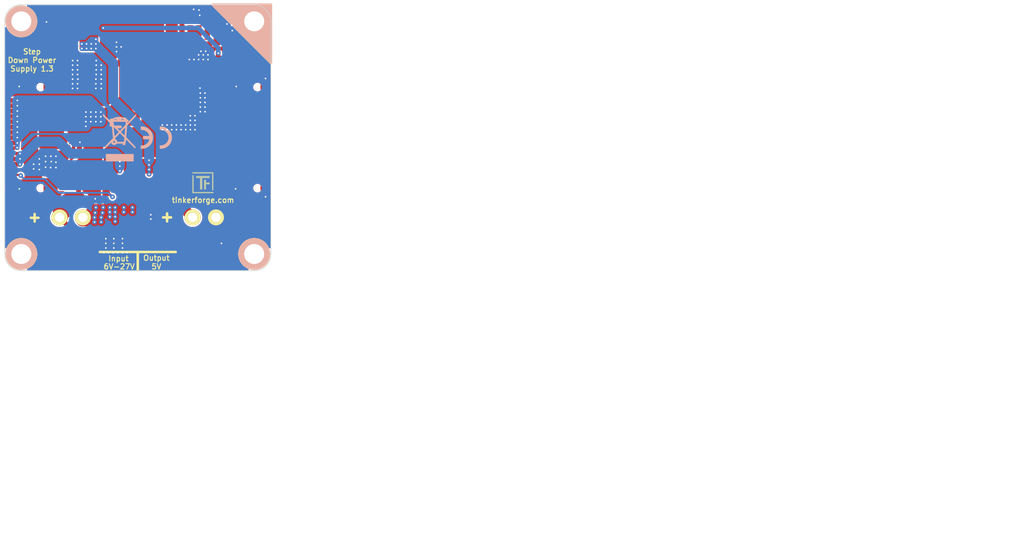
<source format=kicad_pcb>
(kicad_pcb (version 20221018) (generator pcbnew)
  (title_block (title "Step Down Powersupply") (rev "1.1") (company "Tinkerforge GmbH") (comment 1 "Licensed under CERN OHL v.1.1") (comment 2 "Copyright (©) 2011, B.Nordmeyer <bastian@tinkerforge.com>"))
  (layers (0 "F.Cu" power "Vorderseite") (31 "B.Cu" mixed "Rückseite") (34 "B.Paste" user) (35 "F.Paste" user) (36 "B.SilkS" user "B.Silkscreen") (37 "F.SilkS" user "F.Silkscreen") (38 "B.Mask" user) (39 "F.Mask" user) (44 "Edge.Cuts" user))
  (net 0 "")
  (net 1 "+5V")
  (net 2 "AGND")
  (net 3 "CURRENT")
  (net 4 "GND")
  (net 5 "VOLTAGE")
  (net 6 "VPP")
  (net 7 "Net-(C3-Pad1)")
  (net 8 "Net-(C4-Pad1)")
  (net 9 "Net-(C5-Pad1)")
  (net 10 "Net-(C5-Pad2)")
  (net 11 "Net-(C6-Pad1)")
  (net 12 "Net-(D2-Pad2)")
  (net 13 "Net-(D2-Pad1)")
  (net 14 "Net-(D5-Pad2)")
  (net 15 "Net-(P1-Pad2)")
  (net 16 "Net-(R5-Pad1)")
  (net 17 "Net-(R6-Pad2)")
  (net 18 "Net-(R7-Pad2)")
  (net 19 "Net-(D1-Pad2)")
  (footprint "" (layer "F.Cu") (at 158.825 108.8)
    (fp_text reference "Ref**" hide)
    (fp_text value "Val**" hide)
  )
  (footprint "kicad-libraries:Fiducial_Mark" (layer "F.Cu") (at 169.12336 117.3988)
    (fp_text reference "Fiducial_Mark" hide)
    (fp_text value "VAL**" hide)
  )
  (footprint "kicad-libraries:Fiducial_Mark" (layer "F.Cu") (at 132.02412 89.5985)
    (fp_text reference "Fiducial_Mark" hide)
    (fp_text value "VAL**" hide)
  )
  (footprint "kicad-libraries:ELKO_83" (layer "F.Cu") (at 152.425 100.8 180)
    (fp_text reference "C1")
    (fp_text value "220µF/35V")
  )
  (footprint "kicad-libraries:C0603E" (layer "F.Cu") (at 148.12264 91.5035 90)
    (fp_text reference "C2")
    (fp_text value "100nF")
  )
  (footprint "kicad-libraries:C0603E" (layer "F.Cu") (at 158.125 85.2)
    (fp_text reference "C3")
    (fp_text value "1µF/10V")
  )
  (footprint "kicad-libraries:C0603E" (layer "F.Cu") (at 164 88.3 90)
    (fp_text reference "C4")
    (fp_text value "1nF")
  )
  (footprint "kicad-libraries:C0603E" (layer "F.Cu") (at 157.525 95.5)
    (fp_text reference "C5")
    (fp_text value "100nF")
  )
  (footprint "kicad-libraries:C0603E" (layer "F.Cu") (at 148.12264 88.40216 -90)
    (fp_text reference "C6")
    (fp_text value "100nF")
  )
  (footprint "kicad-libraries:ELKO_83" (layer "F.Cu") (at 142.92326 90.6018 90)
    (fp_text reference "C7")
    (fp_text value "470µF/16V")
  )
  (footprint "kicad-libraries:SOD-123" (layer "F.Cu") (at 152.02154 117.70106 -90)
    (fp_text reference "D1")
    (fp_text value "Z12V")
  )
  (footprint "kicad-libraries:SOD-128" (layer "F.Cu") (at 141.825 110.8 -90)
    (fp_text reference "D2")
    (fp_text value "PMEG4050BEP")
  )
  (footprint "kicad-libraries:SOD-128" (layer "F.Cu") (at 160.02254 97.60204)
    (fp_text reference "D3")
    (fp_text value "PMEG4050BEP")
  )
  (footprint "kicad-libraries:SOD-128" (layer "F.Cu") (at 149.125 107.9)
    (fp_text reference "D4")
    (fp_text value "PMEG4050BEP")
  )
  (footprint "kicad-libraries:SOD-128" (layer "F.Cu") (at 155.525 107.9 180)
    (fp_text reference "D5")
    (fp_text value "PMEG4050BEP")
  )
  (footprint "kicad-libraries:R1206" (layer "F.Cu") (at 139.225 105.6 90)
    (fp_text reference "FB1")
    (fp_text value "FB")
  )
  (footprint "kicad-libraries:BTB08-ACS-TOP" (layer "F.Cu") (at 166.92118 103.60152 90)
    (fp_text reference "J1")
    (fp_text value "STACK-UP-HIGH")
  )
  (footprint "kicad-libraries:BTB08-ACS-TOP" (layer "F.Cu") (at 134.32028 103.60152 90)
    (fp_text reference "J2")
    (fp_text value "STACK-UP-HIGH")
  )
  (footprint "kicad-libraries:SRP7030" (layer "F.Cu") (at 152.72258 90.6018 90)
    (fp_text reference "L1")
    (fp_text value "10µH")
  )
  (footprint "kicad-libraries:OQ_2P" (layer "F.Cu") (at 140.62202 115.60302)
    (fp_text reference "P1")
    (fp_text value "Black")
  )
  (footprint "kicad-libraries:OQ_2P" (layer "F.Cu") (at 160.62452 115.59794)
    (fp_text reference "P2")
    (fp_text value "Green")
  )
  (footprint "kicad-libraries:SOIC-8-MOSFET" (layer "F.Cu") (at 148.3233 116.8019)
    (fp_text reference "Q1")
    (fp_text value "FDS8449")
  )
  (footprint "kicad-libraries:R0603E" (layer "F.Cu") (at 153.62174 119.00154 -90)
    (fp_text reference "R1")
    (fp_text value "100k")
  )
  (footprint "kicad-libraries:R0603E" (layer "F.Cu") (at 145.025 110.4)
    (fp_text reference "R2")
    (fp_text value "10k")
  )
  (footprint "kicad-libraries:R0603E" (layer "F.Cu") (at 145.025 111.9 180)
    (fp_text reference "R3")
    (fp_text value "1k")
  )
  (footprint "kicad-libraries:R1206" (layer "F.Cu") (at 144.625 103.7 -90)
    (fp_text reference "R4")
    (fp_text value "0.01")
  )
  (footprint "kicad-libraries:R0603E" (layer "F.Cu") (at 139.325 110 -90)
    (fp_text reference "R5")
    (fp_text value "10k")
  )
  (footprint "kicad-libraries:C0603E" (layer "F.Cu") (at 162.52444 88.3031 90)
    (fp_text reference "R6")
    (fp_text value "10k")
  )
  (footprint "kicad-libraries:C0603E" (layer "F.Cu") (at 162.7 92.7 -90)
    (fp_text reference "R7")
    (fp_text value "57.6k")
  )
  (footprint "kicad-libraries:C0603E" (layer "F.Cu") (at 160.725 95.5 180)
    (fp_text reference "R8")
    (fp_text value "10k")
  )
  (footprint "kicad-libraries:SOT23-5" (layer "F.Cu") (at 141.925 103.8)
    (fp_text reference "U1")
    (fp_text value "ZXCT1086")
  )
  (footprint "kicad-libraries:SO-8" (layer "F.Cu") (at 159.1691 90.65006)
    (fp_text reference "U2")
    (fp_text value "AOZ1212")
  )
  (footprint "kicad-libraries:DRILL_NP" (layer "F.Cu") (at 133.1214 86.10092 90)
    (fp_text reference "U3" hide)
    (fp_text value "DRILL" hide)
  )
  (footprint "kicad-libraries:DRILL_NP" (layer "F.Cu") (at 168.12006 86.10092)
    (fp_text reference "U4" hide)
    (fp_text value "DRILL" hide)
  )
  (footprint "kicad-libraries:DRILL_NP" (layer "F.Cu") (at 168.12006 121.10212 90)
    (fp_text reference "U5" hide)
    (fp_text value "DRILL" hide)
  )
  (footprint "kicad-libraries:DRILL_NP" (layer "F.Cu") (at 133.1214 121.10212)
    (fp_text reference "U6" hide)
    (fp_text value "DRILL" hide)
  )
  (footprint "kicad-libraries:WEEE_7mm" (layer "B.Cu") (at 147.9 103.6 180)
    (fp_text reference "VAL" hide)
    (fp_text value "WEEE_7mm" hide)
  )
  (footprint "kicad-libraries:CE_5mm" (layer "B.Cu") (at 153.375 103.6 180)
    (fp_text reference "VAL" hide)
    (fp_text value "CE_5mm" hide)
  )
  (gr_line (start 168.02354 87.65286) (end 168.02354 86.6013) (stroke (width 0.381)) (layer "B.SilkS"))
  (gr_line (start 169.7228 84.60232) (end 163.62426 84.60232) (stroke (width 0.381)) (layer "B.SilkS"))
  (gr_line (start 168.57472 85.9028) (end 166.02456 85.9028) (stroke (width 0.381)) (layer "B.SilkS"))
  (gr_line (start 170.6245 92.35186) (end 170.6245 83.60156) (stroke (width 0.381)) (layer "B.SilkS"))
  (gr_line (start 170.02252 91.55176) (end 170.02252 84.2518) (stroke (width 0.381)) (layer "B.SilkS"))
  (gr_line (start 169.42308 90.40114) (end 169.42308 84.90204) (stroke (width 0.381)) (layer "B.SilkS"))
  (gr_line (start 170.37304 91.70162) (end 170.37304 83.95208) (stroke (width 0.381)) (layer "B.SilkS"))
  (gr_line (start 161.8742 83.60156) (end 170.6245 92.35186) (stroke (width 0.381)) (layer "B.SilkS"))
  (gr_line (start 163.67506 84.65312) (end 164.1729 84.65312) (stroke (width 0.381)) (layer "B.SilkS"))
  (gr_line (start 166.02456 85.9028) (end 168.275 88.15324) (stroke (width 0.381)) (layer "B.SilkS"))
  (gr_line (start 166.624 86.25332) (end 168.02354 87.65286) (stroke (width 0.381)) (layer "B.SilkS"))
  (gr_line (start 168.82364 85.55228) (end 165.47338 85.55228) (stroke (width 0.381)) (layer "B.SilkS"))
  (gr_line (start 164.973 85.45322) (end 165.52418 85.45322) (stroke (width 0.381)) (layer "B.SilkS"))
  (gr_line (start 169.12336 85.20176) (end 164.82314 85.20176) (stroke (width 0.381)) (layer "B.SilkS"))
  (gr_line (start 169.12336 89.8525) (end 169.12336 85.20176) (stroke (width 0.381)) (layer "B.SilkS"))
  (gr_line (start 163.02228 84.2518) (end 169.7228 90.95232) (stroke (width 0.381)) (layer "B.SilkS"))
  (gr_line (start 168.82364 89.40292) (end 168.82364 89.30132) (stroke (width 0.381)) (layer "B.SilkS"))
  (gr_line (start 163.27374 84.2518) (end 163.67506 84.65312) (stroke (width 0.381)) (layer "B.SilkS"))
  (gr_line (start 170.37304 83.95208) (end 162.42284 83.95208) (stroke (width 0.381)) (layer "B.SilkS"))
  (gr_line (start 169.42308 84.90204) (end 164.1729 84.90204) (stroke (width 0.381)) (layer "B.SilkS"))
  (gr_line (start 167.77462 86.7537) (end 167.82288 86.7537) (stroke (width 0.381)) (layer "B.SilkS"))
  (gr_line (start 164.1729 84.90204) (end 169.12336 89.8525) (stroke (width 0.381)) (layer "B.SilkS"))
  (gr_line (start 168.275 86.25332) (end 166.624 86.25332) (stroke (width 0.381)) (layer "B.SilkS"))
  (gr_line (start 170.02252 84.2518) (end 163.02228 84.2518) (stroke (width 0.381)) (layer "B.SilkS"))
  (gr_line (start 168.82364 89.20226) (end 168.82364 85.55228) (stroke (width 0.381)) (layer "B.SilkS"))
  (gr_line (start 165.52418 85.45322) (end 165.52418 85.40242) (stroke (width 0.381)) (layer "B.SilkS"))
  (gr_line (start 168.02354 86.6013) (end 167.22344 86.6013) (stroke (width 0.381)) (layer "B.SilkS"))
  (gr_line (start 162.42284 83.95208) (end 170.02252 91.55176) (stroke (width 0.381)) (layer "B.SilkS"))
  (gr_line (start 163.62426 84.60232) (end 169.42308 90.40114) (stroke (width 0.381)) (layer "B.SilkS"))
  (gr_line (start 169.7228 90.95232) (end 169.7228 84.60232) (stroke (width 0.381)) (layer "B.SilkS"))
  (gr_line (start 164.62248 85.1027) (end 164.973 85.45322) (stroke (width 0.381)) (layer "B.SilkS"))
  (gr_line (start 168.275 88.15324) (end 168.275 86.25332) (stroke (width 0.381)) (layer "B.SilkS"))
  (gr_line (start 167.77462 87.15248) (end 167.77462 86.7537) (stroke (width 0.381)) (layer "B.SilkS"))
  (gr_line (start 170.6245 83.60156) (end 161.8742 83.60156) (stroke (width 0.381)) (layer "B.SilkS"))
  (gr_line (start 167.22344 86.6013) (end 167.77462 87.15248) (stroke (width 0.381)) (layer "B.SilkS"))
  (gr_line (start 164.1729 84.65312) (end 164.62248 85.1027) (stroke (width 0.381)) (layer "B.SilkS"))
  (gr_line (start 165.47338 85.55228) (end 168.57472 88.65362) (stroke (width 0.381)) (layer "B.SilkS"))
  (gr_line (start 168.57472 88.65362) (end 168.57472 85.9028) (stroke (width 0.381)) (layer "B.SilkS"))
  (gr_line (start 164.82314 85.20176) (end 168.82364 89.20226) (stroke (width 0.381)) (layer "B.SilkS"))
  (gr_line (start 168.9735 89.55278) (end 168.82364 89.40292) (stroke (width 0.381)) (layer "B.SilkS"))
  (gr_line (start 155.02382 114.9985) (end 155.02382 116.19992) (stroke (width 0.381)) (layer "F.SilkS"))
  (gr_line (start 164.32276 84.90204) (end 169.17416 89.75344) (stroke (width 0.381)) (layer "F.SilkS"))
  (gr_line (start 170.02252 91.55176) (end 170.02252 84.2518) (stroke (width 0.381)) (layer "F.SilkS"))
  (gr_line (start 169.17416 89.75344) (end 169.17416 85.1535) (stroke (width 0.381)) (layer "F.SilkS"))
  (gr_line (start 170.6245 83.60156) (end 170.6245 92.35186) (stroke (width 0.381)) (layer "F.SilkS"))
  (gr_line (start 165.92296 85.55228) (end 166.02456 85.65388) (stroke (width 0.381)) (layer "F.SilkS"))
  (gr_line (start 166.72306 86.15172) (end 168.02354 87.4522) (stroke (width 0.381)) (layer "F.SilkS"))
  (gr_line (start 169.7228 84.60232) (end 163.62426 84.60232) (stroke (width 0.381)) (layer "F.SilkS"))
  (gr_line (start 164.9222 85.1535) (end 168.8719 89.1032) (stroke (width 0.381)) (layer "F.SilkS"))
  (gr_line (start 168.87444 89.34958) (end 168.87444 89.40292) (stroke (width 0.381)) (layer "F.SilkS"))
  (gr_line (start 161.8742 83.60156) (end 170.6245 83.60156) (stroke (width 0.381)) (layer "F.SilkS"))
  (gr_line (start 168.57472 85.852) (end 166.12362 85.852) (stroke (width 0.381)) (layer "F.SilkS"))
  (gr_line (start 168.02354 87.4522) (end 168.02354 86.45144) (stroke (width 0.381)) (layer "F.SilkS"))
  (gr_line (start 167.72382 86.85276) (end 167.82288 86.85276) (stroke (width 0.381)) (layer "F.SilkS"))
  (gr_line (start 167.3225 86.45144) (end 167.72382 86.85276) (stroke (width 0.381)) (layer "F.SilkS"))
  (gr_line (start 169.37482 90.35288) (end 169.37482 84.90204) (stroke (width 0.381)) (layer "F.SilkS"))
  (gr_line (start 168.275 86.15172) (end 166.72306 86.15172) (stroke (width 0.381)) (layer "F.SilkS"))
  (gr_line (start 169.17416 85.1535) (end 164.9222 85.1535) (stroke (width 0.381)) (layer "F.SilkS"))
  (gr_line (start 168.57472 88.55202) (end 168.57472 85.852) (stroke (width 0.381)) (layer "F.SilkS"))
  (gr_line (start 155.5242 115.59794) (end 154.42438 115.59794) (stroke (width 0.381)) (layer "F.SilkS"))
  (gr_line (start 164.1729 84.85378) (end 164.67074 85.35162) (stroke (width 0.381)) (layer "F.SilkS"))
  (gr_line (start 168.02354 86.45144) (end 167.3225 86.45144) (stroke (width 0.381)) (layer "F.SilkS"))
  (gr_line (start 163.62426 84.60232) (end 169.37482 90.35288) (stroke (width 0.381)) (layer "F.SilkS"))
  (gr_line (start 168.8719 89.1032) (end 168.8719 85.50148) (stroke (width 0.381)) (layer "F.SilkS"))
  (gr_line (start 165.52418 85.50148) (end 168.57472 88.55202) (stroke (width 0.381)) (layer "F.SilkS"))
  (gr_line (start 169.37482 84.90204) (end 164.32276 84.90204) (stroke (width 0.381)) (layer "F.SilkS"))
  (gr_line (start 166.02456 85.65388) (end 166.02456 85.75294) (stroke (width 0.381)) (layer "F.SilkS"))
  (gr_line (start 164.67074 85.35162) (end 165.52418 85.35162) (stroke (width 0.381)) (layer "F.SilkS"))
  (gr_line (start 166.12362 85.852) (end 168.275 88.00338) (stroke (width 0.381)) (layer "F.SilkS"))
  (gr_line (start 150.62454 120.79986) (end 150.62454 123.49988) (stroke (width 0.381)) (layer "F.SilkS"))
  (gr_line (start 169.7228 90.95232) (end 169.7228 84.60232) (stroke (width 0.381)) (layer "F.SilkS"))
  (gr_line (start 163.87318 84.85378) (end 164.1729 84.85378) (stroke (width 0.381)) (layer "F.SilkS"))
  (gr_line (start 151.6253 120.79986) (end 156.3243 120.79986) (stroke (width 0.381)) (layer "F.SilkS"))
  (gr_line (start 163.02228 84.2518) (end 169.7228 90.95232) (stroke (width 0.381)) (layer "F.SilkS"))
  (gr_line (start 168.275 88.00338) (end 168.275 86.15172) (stroke (width 0.381)) (layer "F.SilkS"))
  (gr_line (start 168.8719 85.50148) (end 165.52418 85.50148) (stroke (width 0.381)) (layer "F.SilkS"))
  (gr_line (start 162.42284 83.95208) (end 170.02252 91.55176) (stroke (width 0.381)) (layer "F.SilkS"))
  (gr_line (start 151.6253 120.79986) (end 144.92478 120.79986) (stroke (width 0.381)) (layer "F.SilkS"))
  (gr_line (start 170.37304 83.95208) (end 162.42284 83.95208) (stroke (width 0.381)) (layer "F.SilkS"))
  (gr_line (start 163.3728 84.3534) (end 163.87318 84.85378) (stroke (width 0.381)) (layer "F.SilkS"))
  (gr_line (start 155.02382 115.59794) (end 155.62326 115.59794) (stroke (width 0.381)) (layer "F.SilkS"))
  (gr_line (start 170.6245 92.35186) (end 161.8742 83.60156) (stroke (width 0.381)) (layer "F.SilkS"))
  (gr_line (start 170.02252 84.2518) (end 163.02228 84.2518) (stroke (width 0.381)) (layer "F.SilkS"))
  (gr_line (start 169.42308 90.35288) (end 169.62374 90.55354) (stroke (width 0.381)) (layer "F.SilkS"))
  (gr_line (start 169.07256 89.15146) (end 168.87444 89.34958) (stroke (width 0.381)) (layer "F.SilkS"))
  (gr_line (start 170.37304 91.75242) (end 170.37304 83.95208) (stroke (width 0.381)) (layer "F.SilkS"))
  (gr_arc (start 133.1214 123.60148) (mid 131.354086 122.869434) (end 130.62204 121.10212) (stroke (width 0.09906)) (layer "Edge.Cuts"))
  (gr_arc (start 130.62204 86.10092) (mid 131.354086 84.333606) (end 133.1214 83.60156) (stroke (width 0.09906)) (layer "Edge.Cuts"))
  (gr_line (start 133.1214 83.60156) (end 168.12006 83.60156) (stroke (width 0.09906)) (layer "Edge.Cuts"))
  (gr_arc (start 170.62196 121.10212) (mid 169.88917 122.87123) (end 168.12006 123.60402) (stroke (width 0.09906)) (layer "Edge.Cuts"))
  (gr_line (start 168.12006 123.60148) (end 133.1214 123.60148) (stroke (width 0.09906)) (layer "Edge.Cuts"))
  (gr_line (start 130.62204 121.10212) (end 130.62204 86.10092) (stroke (width 0.09906)) (layer "Edge.Cuts"))
  (gr_line (start 170.62196 86.10092) (end 170.62196 121.10212) (stroke (width 0.09906)) (layer "Edge.Cuts"))
  (gr_arc (start 168.12006 83.60156) (mid 169.887374 84.333606) (end 170.61942 86.10092) (stroke (width 0.09906)) (layer "Edge.Cuts"))
  (gr_text "5V" (at 153.42362 122.9995) (layer "F.SilkS") (effects (font (size 0.8001 0.8001) (thickness 0.14986))))
  (gr_text "tinkerforge.com" (at 160.425 113) (layer "F.SilkS") (effects (font (size 0.8001 0.8001) (thickness 0.14986))))
  (gr_text "Step\nDown Power\nSupply 1.3" (at 134.725 91.95) (layer "F.SilkS") (effects (font (size 0.8001 0.8001) (thickness 0.14986))))
  (gr_text "Output" (at 153.42362 121.69902) (layer "F.SilkS") (effects (font (size 0.8001 0.8001) (thickness 0.14986))))
  (gr_text "6V-27V" (at 147.82546 122.9995) (layer "F.SilkS") (effects (font (size 0.8001 0.8001) (thickness 0.14986))))
  (gr_text " Input" (at 147.42414 121.79808) (layer "F.SilkS") (effects (font (size 0.8001 0.8001) (thickness 0.14986))))
  (gr_text "+" (at 135.12292 115.55222) (layer "F.SilkS") (effects (font (size 1.50114 1.50114) (thickness 0.37592))))
  (segment (start 147.62536 108.6) (end 146.92536 107.9) (width 0.70104) (layer "F.Cu") (net 1))
  (segment (start 131.42214 106.79938) (end 132.51942 106.79938) (width 0.70104) (layer "F.Cu") (net 1))
  (segment (start 132.51942 106.79938) (end 132.92074 106.80192) (width 0.70104) (layer "F.Cu") (net 1))
  (segment (start 147.925 107.9) (end 147.925 107.2) (width 0.70104) (layer "F.Cu") (net 1))
  (segment (start 132.51942 107.59948) (end 132.92074 107.60202) (width 0.70104) (layer "F.Cu") (net 1))
  (segment (start 147.925 108.6) (end 147.925 107.9) (width 0.70104) (layer "F.Cu") (net 1))
  (segment (start 131.42214 105.99928) (end 132.9182 105.99928) (width 0.50038) (layer "F.Cu") (net 1))
  (segment (start 147.925 108.6) (end 147.62536 108.6) (width 0.70104) (layer "F.Cu") (net 1))
  (segment (start 132.9182 105.99928) (end 132.92074 106.00182) (width 0.50038) (layer "F.Cu") (net 1))
  (segment (start 131.42214 107.59948) (end 132.51942 107.59948) (width 0.70104) (layer "F.Cu") (net 1))
  (via (at 132.92074 106.00182) (size 0.70104) (drill 0.24892) (layers "F.Cu" "B.Cu") (net 1))
  (via (at 147.925 107.2) (size 0.70104) (drill 0.24892) (layers "F.Cu" "B.Cu") (net 1))
  (via (at 132.92074 106.80192) (size 0.70104) (drill 0.24892) (layers "F.Cu" "B.Cu") (net 1))
  (via (at 147.925 108.6) (size 0.70104) (drill 0.24892) (layers "F.Cu" "B.Cu") (net 1))
  (via (at 147.925 107.9) (size 0.70104) (drill 0.24892) (layers "F.Cu" "B.Cu") (net 1))
  (via (at 132.92074 107.60202) (size 0.70104) (drill 0.24892) (layers "F.Cu" "B.Cu") (net 1))
  (segment (start 132.99808 106.80192) (end 135.6 104.2) (width 1.50114) (layer "B.Cu") (net 1))
  (segment (start 135.6 104.2) (end 138.7 104.2) (width 1.50114) (layer "B.Cu") (net 1))
  (segment (start 138.7 104.2) (end 140.5 106) (width 1.50114) (layer "B.Cu") (net 1))
  (segment (start 147.225 106) (end 147.925 106.7) (width 1.50114) (layer "B.Cu") (net 1))
  (segment (start 147.925 106.7) (end 147.925 107.2) (width 1.50114) (layer "B.Cu") (net 1))
  (segment (start 147.925 107.2) (end 147.925 107.9) (width 1.50114) (layer "B.Cu") (net 1))
  (segment (start 140.5 106) (end 147.225 106) (width 1.50114) (layer "B.Cu") (net 1))
  (segment (start 147.925 107.9) (end 147.925 108.6) (width 0.70104) (layer "B.Cu") (net 1))
  (segment (start 132.92074 106.80192) (end 132.99808 106.80192) (width 1.50114) (layer "B.Cu") (net 1))
  (segment (start 132.92074 106.00182) (end 132.92074 107.60202) (width 0.70104) (layer "B.Cu") (net 1))
  (segment (start 132.92074 106.80192) (end 132.92074 107.60202) (width 0.70104) (layer "B.Cu") (net 1))
  (segment (start 132.92074 106.00182) (end 132.92074 106.42074) (width 0.29972) (layer "B.Cu") (net 1))
  (segment (start 132.92074 106.80192) (end 132.92074 106.42074) (width 0.70104) (layer "B.Cu") (net 1))
  (segment (start 136.92164 98.00336) (end 136.425 98.5) (width 0.70104) (layer "F.Cu") (net 2))
  (segment (start 136.425 98.5) (end 136.425 104.5) (width 0.70104) (layer "F.Cu") (net 2))
  (segment (start 136.425 104.5) (end 136.825 104.9) (width 0.70104) (layer "F.Cu") (net 2))
  (segment (start 137.51864 104.09886) (end 137.21842 104.39908) (width 0.70104) (layer "F.Cu") (net 2))
  (segment (start 136.12114 102.00132) (end 136.12114 101.20122) (width 0.70104) (layer "F.Cu") (net 2))
  (segment (start 137.21842 103.60152) (end 136.12114 103.60152) (width 0.70104) (layer "F.Cu") (net 2))
  (segment (start 138.19632 104.80294) (end 138.19632 99.62896) (width 1.00076) (layer "F.Cu") (net 2))
  (segment (start 136.12368 104.39908) (end 136.12114 104.40162) (width 0.70104) (layer "F.Cu") (net 2))
  (segment (start 139.02182 104.80294) (end 138.19632 104.80294) (width 1.00076) (layer "F.Cu") (net 2))
  (segment (start 139.02182 104.80294) (end 139.02182 100.40366) (width 1.00076) (layer "F.Cu") (net 2))
  (segment (start 137.62228 104.80294) (end 137.21842 104.39908) (width 1.00076) (layer "F.Cu") (net 2))
  (segment (start 136.12114 103.60152) (end 136.12114 102.80142) (width 0.70104) (layer "F.Cu") (net 2))
  (segment (start 136.12368 100.40366) (end 136.12114 100.40112) (width 0.70104) (layer "F.Cu") (net 2))
  (segment (start 137.21842 101.20376) (end 136.12368 101.20376) (width 0.70104) (layer "F.Cu") (net 2))
  (segment (start 137.21842 102.80396) (end 136.12368 102.80396) (width 0.70104) (layer "F.Cu") (net 2))
  (segment (start 136.12114 98.80092) (end 136.12114 98.00082) (width 0.70104) (layer "F.Cu") (net 2))
  (segment (start 138.41984 104.80294) (end 137.21842 103.60152) (width 1.00076) (layer "F.Cu") (net 2))
  (segment (start 136.12368 98.80346) (end 136.12114 98.80092) (width 0.70104) (layer "F.Cu") (net 2))
  (segment (start 139.02182 100.40366) (end 138.22172 99.60356) (width 1.00076) (layer "F.Cu") (net 2))
  (segment (start 136.12368 105.19918) (end 136.12114 105.20172) (width 0.50038) (layer "F.Cu") (net 2))
  (segment (start 137.21842 104.39908) (end 136.12368 104.39908) (width 0.70104) (layer "F.Cu") (net 2))
  (segment (start 136.12368 99.60356) (end 136.12114 99.60102) (width 0.70104) (layer "F.Cu") (net 2))
  (segment (start 137.37082 98.80346) (end 138.19632 99.62896) (width 1.00076) (layer "F.Cu") (net 2))
  (segment (start 136.12368 102.00386) (end 136.12114 102.00132) (width 0.70104) (layer "F.Cu") (net 2))
  (segment (start 137.21842 98.00336) (end 136.12368 98.00336) (width 0.70104) (layer "F.Cu") (net 2))
  (segment (start 137.21842 99.60356) (end 136.12368 99.60356) (width 0.70104) (layer "F.Cu") (net 2))
  (segment (start 136.12114 105.20172) (end 136.12114 104.40162) (width 0.50038) (layer "F.Cu") (net 2))
  (segment (start 136.12368 102.80396) (end 136.12114 102.80142) (width 0.70104) (layer "F.Cu") (net 2))
  (segment (start 137.21842 98.80346) (end 137.37082 98.80346) (width 1.00076) (layer "F.Cu") (net 2))
  (segment (start 136.12114 102.80142) (end 136.12114 102.00132) (width 0.70104) (layer "F.Cu") (net 2))
  (segment (start 136.12114 100.40112) (end 136.12114 99.60102) (width 0.70104) (layer "F.Cu") (net 2))
  (segment (start 138.19632 99.62896) (end 138.22172 99.60356) (width 1.00076) (layer "F.Cu") (net 2))
  (segment (start 136.12368 101.20376) (end 136.12114 101.20122) (width 0.70104) (layer "F.Cu") (net 2))
  (segment (start 136.12114 99.60102) (end 136.12114 98.80092) (width 0.70104) (layer "F.Cu") (net 2))
  (segment (start 137.21842 102.00386) (end 136.12368 102.00386) (width 0.70104) (layer "F.Cu") (net 2))
  (segment (start 137.21842 98.80346) (end 136.12368 98.80346) (width 0.70104) (layer "F.Cu") (net 2))
  (segment (start 137.21842 98.00336) (end 137.21842 104.39908) (width 1.00076) (layer "F.Cu") (net 2))
  (segment (start 138.22172 99.60356) (end 137.21842 99.60356) (width 1.00076) (layer "F.Cu") (net 2))
  (segment (start 137.21842 98.00336) (end 136.92164 98.00336) (width 0.70104) (layer "F.Cu") (net 2))
  (segment (start 137.21842 105.19918) (end 136.12368 105.19918) (width 0.50038) (layer "F.Cu") (net 2))
  (segment (start 139.225 104.09886) (end 137.51864 104.09886) (width 0.70104) (layer "F.Cu") (net 2))
  (segment (start 139.02182 104.80294) (end 137.62228 104.80294) (width 1.00076) (layer "F.Cu") (net 2))
  (segment (start 136.12114 101.20122) (end 136.12114 100.40112) (width 0.70104) (layer "F.Cu") (net 2))
  (segment (start 137.21842 100.40366) (end 136.12368 100.40366) (width 0.70104) (layer "F.Cu") (net 2))
  (segment (start 136.12368 98.00336) (end 136.12114 98.00082) (width 0.70104) (layer "F.Cu") (net 2))
  (segment (start 138.19632 104.80294) (end 138.41984 104.80294) (width 1.00076) (layer "F.Cu") (net 2))
  (segment (start 136.12114 104.40162) (end 136.12114 103.60152) (width 0.70104) (layer "F.Cu") (net 2))
  (segment (start 138.12468 109.19968) (end 138.425 109.5) (width 0.29972) (layer "F.Cu") (net 3))
  (segment (start 138.425 109.5) (end 138.425 110.3) (width 0.29972) (layer "F.Cu") (net 3))
  (segment (start 138.425 110.3) (end 138.9751 110.8501) (width 0.29972) (layer "F.Cu") (net 3))
  (segment (start 138.9751 110.8501) (end 139.325 110.8501) (width 0.29972) (layer "F.Cu") (net 3))
  (segment (start 137.21842 109.19968) (end 138.12468 109.19968) (width 0.29972) (layer "F.Cu") (net 3))
  (segment (start 132.8 95.9) (end 132.8 95.90278) (width 0.29972) (layer "F.Cu") (net 4))
  (segment (start 132.8 95.90278) (end 134.32028 95.90278) (width 0.70104) (layer "F.Cu") (net 4))
  (segment (start 158.9751 84.3499) (end 159.025 84.3) (width 0.70104) (layer "F.Cu") (net 4))
  (segment (start 159.025 85.2) (end 159.825 84.4) (width 0.70104) (layer "F.Cu") (net 4))
  (segment (start 164 86.525) (end 164.025 86.5) (width 0.70104) (layer "F.Cu") (net 4))
  (segment (start 164.7749 87.4499) (end 164.825 87.5) (width 0.70104) (layer "F.Cu") (net 4))
  (segment (start 164 87.425) (end 164.725 86.7) (width 0.70104) (layer "F.Cu") (net 4))
  (segment (start 155.92512 101.20012) (end 157.125 102.4) (width 0.29972) (layer "F.Cu") (net 4))
  (segment (start 156.225 100.8) (end 157.825 102.4) (width 0.29972) (layer "F.Cu") (net 4))
  (segment (start 158.525 102.4) (end 156.925 100.8) (width 0.29972) (layer "F.Cu") (net 4))
  (segment (start 155.92512 101.90012) (end 156.425 102.4) (width 0.29972) (layer "F.Cu") (net 4))
  (segment (start 155.92512 102.19988) (end 155.725 102.4) (width 0.29972) (layer "F.Cu") (net 4))
  (segment (start 155.92512 101.49988) (end 155.025 102.4) (width 0.29972) (layer "F.Cu") (net 4))
  (segment (start 155.925 100.8) (end 154.325 102.4) (width 0.29972) (layer "F.Cu") (net 4))
  (segment (start 159.22294 100.30206) (end 159.225 100.3) (width 0.29972) (layer "F.Cu") (net 4))
  (segment (start 159.2219 101.0031) (end 159.225 101) (width 0.29972) (layer "F.Cu") (net 4))
  (segment (start 159.2234 101.7016) (end 159.225 101.7) (width 0.29972) (layer "F.Cu") (net 4))
  (segment (start 144.1749 112.7499) (end 144.225 112.8) (width 0.29972) (layer "F.Cu") (net 4))
  (segment (start 145.12262 92.70238) (end 145.125 92.7) (width 0.70104) (layer "F.Cu") (net 4))
  (segment (start 140.825 96.2) (end 140.825 95.90278) (width 0.70104) (layer "F.Cu") (net 4))
  (segment (start 140.82646 95.50146) (end 140.825 95.5) (width 0.70104) (layer "F.Cu") (net 4))
  (segment (start 140.82796 94.80296) (end 140.825 94.8) (width 0.70104) (layer "F.Cu") (net 4))
  (segment (start 141.62204 94.80296) (end 141.625 94.8) (width 0.70104) (layer "F.Cu") (net 4))
  (segment (start 141.57452 94.80296) (end 141.62204 94.80296) (width 0.70104) (layer "F.Cu") (net 4))
  (segment (start 140.82692 94.10192) (end 140.825 94.1) (width 0.70104) (layer "F.Cu") (net 4))
  (segment (start 140.82842 93.40342) (end 140.825 93.4) (width 0.70104) (layer "F.Cu") (net 4))
  (segment (start 140.82738 92.70238) (end 140.825 92.7) (width 0.70104) (layer "F.Cu") (net 4))
  (segment (start 140.82634 92.00134) (end 140.825 92) (width 0.70104) (layer "F.Cu") (net 4))
  (segment (start 160.02254 98.30308) (end 160.02254 97.60204) (width 0.70104) (layer "F.Cu") (net 4))
  (segment (start 148.32076 118.80088) (end 148.32076 120.20042) (width 0.70104) (layer "F.Cu") (net 4))
  (segment (start 141.925 105.07) (end 141.925 104.3) (width 0.50038) (layer "F.Cu") (net 4))
  (segment (start 136.22274 106.4006) (end 135.82142 106.80192) (width 0.50038) (layer "F.Cu") (net 4))
  (segment (start 141.57452 95.50146) (end 140.82646 95.50146) (width 0.70104) (layer "F.Cu") (net 4))
  (segment (start 148.12264 90.7034) (end 148.12264 89.95156) (width 0.70104) (layer "F.Cu") (net 4))
  (segment (start 146.22018 120.90146) (end 145.52168 120.90146) (width 0.70104) (layer "F.Cu") (net 4))
  (segment (start 135.82396 107.59948) (end 135.82142 107.60202) (width 0.70104) (layer "F.Cu") (net 4))
  (segment (start 158.52394 101.0031) (end 158.52394 101.7016) (width 0.70104) (layer "F.Cu") (net 4))
  (segment (start 138.32078 107.43184) (end 138.32078 107.3023) (width 1.00076) (layer "F.Cu") (net 4))
  (segment (start 155.02382 101.7016) (end 154.32278 101.7016) (width 0.70104) (layer "F.Cu") (net 4))
  (segment (start 138.32078 107.3023) (end 137.72134 107.3023) (width 0.70104) (layer "F.Cu") (net 4))
  (segment (start 159.9692 96.14916) (end 159.9692 96.8502) (width 0.70104) (layer "F.Cu") (net 4))
  (segment (start 149.0218 120.90146) (end 149.0218 119.56796) (width 0.70104) (layer "F.Cu") (net 4))
  (segment (start 135.82142 108.40212) (end 135.82142 107.60202) (width 0.70104) (layer "F.Cu") (net 4))
  (segment (start 135.82142 107.60202) (end 135.82142 106.80192) (width 0.70104) (layer "F.Cu") (net 4))
  (segment (start 141.57452 93.40342) (end 141.57452 92.70238) (width 0.70104) (layer "F.Cu") (net 4))
  (segment (start 144.1749 111.9) (end 144.1749 112.7499) (width 0.29972) (layer "F.Cu") (net 4))
  (segment (start 137.21842 108.39958) (end 137.2235 108.39958) (width 0.50038) (layer "F.Cu") (net 4))
  (segment (start 137.2235 108.39958) (end 138.32078 107.3023) (width 0.50038) (layer "F.Cu") (net 4))
  (segment (start 155.92512 100.8) (end 155.925 100.8) (width 0.29972) (layer "F.Cu") (net 4))
  (segment (start 145.125 94.1) (end 145.125 93.4) (width 0.70104) (layer "F.Cu") (net 4))
  (segment (start 137.61974 107.2007) (end 136.77138 107.2007) (width 0.70104) (layer "F.Cu") (net 4))
  (segment (start 132.81914 111.30026) (end 132.82168 111.3028) (width 0.70104) (layer "F.Cu") (net 4))
  (segment (start 164 87.4499) (end 164 86.525) (width 0.70104) (layer "F.Cu") (net 4))
  (segment (start 141.57452 92.70238) (end 141.57452 92.00134) (width 0.70104) (layer "F.Cu") (net 4))
  (segment (start 169.82186 95.90278) (end 169.82186 94.70136) (width 0.70104) (layer "F.Cu") (net 4))
  (segment (start 158.52394 101.7016) (end 159.2234 101.7016) (width 0.29972) (layer "F.Cu") (net 4))
  (segment (start 160.1216 90.6018) (end 160.11652 90.60688) (width 0.70104) (layer "F.Cu") (net 4))
  (segment (start 159.9692 96.8502) (end 160.02254 96.90354) (width 0.70104) (layer "F.Cu") (net 4))
  (segment (start 155.92512 100.8) (end 156.925 100.8) (width 0.29972) (layer "F.Cu") (net 4))
  (segment (start 160.46958 91.15552) (end 160.47212 91.15298) (width 0.70104) (layer "F.Cu") (net 4))
  (segment (start 160.02254 99.70262) (end 160.72358 99.70262) (width 0.70104) (layer "F.Cu") (net 4))
  (segment (start 134.97052 107.60202) (end 134.97052 108.30052) (width 0.70104) (layer "F.Cu") (net 4))
  (segment (start 155.92512 100.8) (end 155.92512 101.49988) (width 0.29972) (layer "F.Cu") (net 4))
  (segment (start 142.92326 94.10192) (end 144.3736 94.10192) (width 0.70104) (layer "F.Cu") (net 4))
  (segment (start 144.3736 93.40342) (end 144.3736 94.10192) (width 0.70104) (layer "F.Cu") (net 4))
  (segment (start 160.02254 97.60204) (end 160.02254 96.90354) (width 0.70104) (layer "F.Cu") (net 4))
  (segment (start 137.57148 106.4006) (end 136.77138 106.4006) (width 0.70104) (layer "F.Cu") (net 4))
  (segment (start 137.21842 107.59948) (end 135.82396 107.59948) (width 0.70104) (layer "F.Cu") (net 4))
  (segment (start 160.46958 91.84894) (end 160.46958 91.15552) (width 0.70104) (layer "F.Cu") (net 4))
  (segment (start 137.22096 111.70158) (end 136.72058 112.20196) (width 0.70104) (layer "F.Cu") (net 4))
  (segment (start 135.82142 107.60202) (end 134.97052 107.60202) (width 0.70104) (layer "F.Cu") (net 4))
  (segment (start 164.0205 111.30026) (end 165.31844 111.30026) (width 0.70104) (layer "F.Cu") (net 4))
  (segment (start 138.28014 107.60202) (end 138.45032 107.43184) (width 1.00076) (layer "F.Cu") (net 4))
  (segment (start 160.47212 90.95232) (end 160.1216 90.6018) (width 0.70104) (layer "F.Cu") (net 4))
  (segment (start 135.32104 94.90202) (end 136.2202 94.90202) (width 0.50038) (layer "F.Cu") (net 4))
  (segment (start 136.72058 112.20196) (end 135.22198 112.20196) (width 0.70104) (layer "F.Cu") (net 4))
  (segment (start 135.82396 106.79938) (end 135.82142 106.80192) (width 0.70104) (layer "F.Cu") (net 4))
  (segment (start 159.80156 93.51772) (end 159.80156 95.28302) (width 0.70104) (layer "F.Cu") (net 4))
  (segment (start 155.72232 101.7016) (end 155.02382 101.7016) (width 0.70104) (layer "F.Cu") (net 4))
  (segment (start 145.125 95.5) (end 145.125 94.8) (width 0.70104) (layer "F.Cu") (net 4))
  (segment (start 156.42336 101.7016) (end 155.72232 101.7016) (width 0.70104) (layer "F.Cu") (net 4))
  (segment (start 159.80156 91.98356) (end 159.76854 91.84894) (width 0.70104) (layer "F.Cu") (net 4))
  (segment (start 164 87.4499) (end 164 87.425) (width 0.70104) (layer "F.Cu") (net 4))
  (segment (start 148.32076 120.90146) (end 147.62226 120.90146) (width 0.70104) (layer "F.Cu") (net 4))
  (segment (start 141.57452 92.70238) (end 140.82738 92.70238) (width 0.70104) (layer "F.Cu") (net 4))
  (segment (start 164 87.4499) (end 164.7749 87.4499) (width 0.70104) (layer "F.Cu") (net 4))
  (segment (start 160.02254 99.00158) (end 160.02254 99.70262) (width 0.70104) (layer "F.Cu") (net 4))
  (segment (start 160.72358 97.60204) (end 160.72358 98.30308) (width 0.70104) (layer "F.Cu") (net 4))
  (segment (start 165.31844 111.30026) (end 165.32098 111.3028) (width 0.70104) (layer "F.Cu") (net 4))
  (segment (start 156.2227 100.30206) (end 158.52394 100.30206) (width 0.70104) (layer "F.Cu") (net 4))
  (segment (start 159.9692 95.45066) (end 159.9692 96.14916) (width 0.70104) (layer "F.Cu") (net 4))
  (segment (start 159.80156 95.28302) (end 159.9692 95.45066) (width 0.70104) (layer "F.Cu") (net 4))
  (segment (start 147.02028 120.20042) (end 147.02028 118.80088) (width 0.70104) (layer "F.Cu") (net 4))
  (segment (start 158.52394 100.30206) (end 158.52394 101.0031) (width 0.70104) (layer "F.Cu") (net 4))
  (segment (start 147.42414 89.95156) (end 147.42414 90.6526) (width 0.70104) (layer "F.Cu") (net 4))
  (segment (start 138.45032 107.43184) (end 138.32078 107.43184) (width 1.00076) (layer "F.Cu") (net 4))
  (segment (start 160.72358 98.30308) (end 160.02254 98.30308) (width 0.70104) (layer "F.Cu") (net 4))
  (segment (start 155.92512 100.8) (end 155.92512 102.19988) (width 0.29972) (layer "F.Cu") (net 4))
  (segment (start 145.52168 120.90146) (end 145.52168 120.50268) (width 0.70104) (layer "F.Cu") (net 4))
  (segment (start 148.32076 120.20042) (end 147.02028 120.20042) (width 0.70104) (layer "F.Cu") (net 4))
  (segment (start 144.3736 92.70238) (end 144.3736 92.00134) (width 0.70104) (layer "F.Cu") (net 4))
  (segment (start 138.45032 107.43184) (end 138.49096 107.43184) (width 1.00076) (layer "F.Cu") (net 4))
  (segment (start 137.72134 107.3023) (end 137.61974 107.2007) (width 0.70104) (layer "F.Cu") (net 4))
  (segment (start 163.82492 115.59794) (end 165.32098 114.10188) (width 0.70104) (layer "F.Cu") (net 4))
  (segment (start 157.8229 101.7016) (end 157.1244 101.7016) (width 0.70104) (layer "F.Cu") (net 4))
  (segment (start 162.22218 97.60204) (end 160.72358 97.60204) (width 0.70104) (layer "F.Cu") (net 4))
  (segment (start 144.3736 93.40342) (end 144.3736 92.70238) (width 0.70104) (layer "F.Cu") (net 4))
  (segment (start 165.32098 114.10188) (end 165.32098 111.3028) (width 0.70104) (layer "F.Cu") (net 4))
  (segment (start 138.32078 106.49712) (end 137.21842 107.59948) (width 1.00076) (layer "F.Cu") (net 4))
  (segment (start 135.22198 112.20196) (end 134.32028 111.30026) (width 0.70104) (layer "F.Cu") (net 4))
  (segment (start 141.57452 94.10192) (end 141.57452 94.80296) (width 0.70104) (layer "F.Cu") (net 4))
  (segment (start 138.92276 107.00004) (end 139.02182 106.90098) (width 1.00076) (layer "F.Cu") (net 4))
  (segment (start 159.9692 95.54972) (end 159.9184 95.49892) (width 0.50038) (layer "F.Cu") (net 4))
  (segment (start 136.82218 108.1024) (end 136.77138 108.0516) (width 0.70104) (layer "F.Cu") (net 4))
  (segment (start 152.57272 115.85194) (end 152.57272 115.2017) (width 0.70104) (layer "F.Cu") (net 4))
  (segment (start 145.12262 92.70238) (end 144.3736 92.70238) (width 0.70104) (layer "F.Cu") (net 4))
  (segment (start 146.4183 119.49938) (end 146.4183 119.40286) (width 0.70104) (layer "F.Cu") (net 4))
  (segment (start 147.02028 119.49938) (end 147.02028 120.20042) (width 0.70104) (layer "F.Cu") (net 4))
  (segment (start 148.32076 119.49938) (end 148.32076 120.20042) (width 0.70104) (layer "F.Cu") (net 4))
  (segment (start 158.52394 100.30206) (end 159.22294 100.30206) (width 0.29972) (layer "F.Cu") (net 4))
  (segment (start 158.9751 85.2) (end 159.925 85.2) (width 0.70104) (layer "F.Cu") (net 4))
  (segment (start 135.82396 108.39958) (end 135.82142 108.40212) (width 0.70104) (layer "F.Cu") (net 4))
  (segment (start 145.8214 120.20042) (end 147.02028 120.20042) (width 0.70104) (layer "F.Cu") (net 4))
  (segment (start 145.8214 118.80088) (end 147.02028 118.80088) (width 0.70104) (layer "F.Cu") (net 4))
  (segment (start 131.4196 111.30026) (end 132.81914 111.30026) (width 0.70104) (layer "F.Cu") (net 4))
  (segment (start 136.2202 94.90202) (end 137.22096 95.90278) (width 0.50038) (layer "F.Cu") (net 4))
  (segment (start 159.225 102.4) (end 158.525 102.4) (width 0.29972) (layer "F.Cu") (net 4))
  (segment (start 160.72358 97.60204) (end 160.02254 97.60204) (width 0.70104) (layer "F.Cu") (net 4))
  (segment (start 166.91864 111.3028) (end 166.92118 111.30026) (width 0.70104) (layer "F.Cu") (net 4))
  (segment (start 137.21842 106.79938) (end 135.82396 106.79938) (width 0.70104) (layer "F.Cu") (net 4))
  (segment (start 137.21842 105.99928) (end 135.82396 105.99928) (width 0.50038) (layer "F.Cu") (net 4))
  (segment (start 141.57452 95.50146) (end 141.57452 96.2025) (width 0.70104) (layer "F.Cu") (net 4))
  (segment (start 148.12264 89.95156) (end 148.12264 89.20226) (width 0.70104) (layer "F.Cu") (net 4))
  (segment (start 148.12264 89.95156) (end 147.42414 89.95156) (width 0.70104) (layer "F.Cu") (net 4))
  (segment (start 147.02028 118.80088) (end 148.32076 118.80088) (width 0.70104) (layer "F.Cu") (net 4))
  (segment (start 148.32076 120.90146) (end 149.0218 120.90146) (width 0.70104) (layer "F.Cu") (net 4))
  (segment (start 148.95322 119.49938) (end 148.32076 119.49938) (width 0.70104) (layer "F.Cu") (net 4))
  (segment (start 161.17316 90.95232) (end 160.82264 90.6018) (width 0.70104) (layer "F.Cu") (net 4))
  (segment (start 141.57452 94.80296) (end 140.82796 94.80296) (width 0.70104) (layer "F.Cu") (net 4))
  (segment (start 148.32076 119.49938) (end 147.02028 119.49938) (width 0.70104) (layer "F.Cu") (net 4))
  (segment (start 160.02254 98.30308) (end 160.02254 99.00158) (width 0.70104) (layer "F.Cu") (net 4))
  (segment (start 165.42004 95.90278) (end 164.0205 95.90278) (width 0.70104) (layer "F.Cu") (net 4))
  (segment (start 139.02182 106.40314) (end 138.32332 106.40314) (width 1.00076) (layer "F.Cu") (net 4))
  (segment (start 145.52168 120.50268) (end 145.8214 120.20296) (width 0.70104) (layer "F.Cu") (net 4))
  (segment (start 147.42414 89.95156) (end 147.42414 89.25306) (width 0.70104) (layer "F.Cu") (net 4))
  (segment (start 165.32098 111.3028) (end 166.91864 111.3028) (width 0.70104) (layer "F.Cu") (net 4))
  (segment (start 159.76854 91.84894) (end 159.76854 91.15552) (width 0.70104) (layer "F.Cu") (net 4))
  (segment (start 138.92276 107.00004) (end 138.92276 107.00258) (width 0.70104) (layer "F.Cu") (net 4))
  (segment (start 142.92326 94.10192) (end 141.57452 94.10192) (width 0.70104) (layer "F.Cu") (net 4))
  (segment (start 145.125 94.8) (end 145.125 94.1) (width 0.70104) (layer "F.Cu") (net 4))
  (segment (start 158.9751 85.2) (end 159.025 85.2) (width 0.70104) (layer "F.Cu") (net 4))
  (segment (start 145.8214 119.49938) (end 145.8214 118.80088) (width 0.70104) (layer "F.Cu") (net 4))
  (segment (start 159.80156 93.51772) (end 159.80156 91.98356) (width 0.70104) (layer "F.Cu") (net 4))
  (segment (start 148.32076 120.20296) (end 148.32076 120.90146) (width 0.70104) (layer "F.Cu") (net 4))
  (segment (start 161.17316 91.15298) (end 161.17316 90.95232) (width 0.70104) (layer "F.Cu") (net 4))
  (segment (start 160.82264 90.6018) (end 160.1216 90.6018) (width 0.70104) (layer "F.Cu") (net 4))
  (segment (start 131.4196 95.90278) (end 132.8 95.90278) (width 0.70104) (layer "F.Cu") (net 4))
  (segment (start 158.9751 85.2) (end 158.9751 84.3499) (width 0.70104) (layer "F.Cu") (net 4))
  (segment (start 160.72358 96.90354) (end 160.72358 97.60204) (width 0.70104) (layer "F.Cu") (net 4))
  (segment (start 138.32078 106.4006) (end 138.32078 107.43184) (width 1.00076) (layer "F.Cu") (net 4))
  (segment (start 145.125 93.4) (end 145.125 92.7) (width 0.70104) (layer "F.Cu") (net 4))
  (segment (start 159.9692 96.14916) (end 159.9692 95.54972) (width 0.50038) (layer "F.Cu") (net 4))
  (segment (start 149.0218 119.56796) (end 148.95322 119.49938) (width 0.70104) (layer "F.Cu") (net 4))
  (segment (start 138.32078 108.1024) (end 137.52068 108.1024) (width 0.70104) (layer "F.Cu") (net 4))
  (segment (start 141.57452 94.80296) (end 141.57452 95.50146) (width 0.70104) (layer "F.Cu") (net 4))
  (segment (start 159.07004 91.84894) (end 158.369 91.84894) (width 0.70104) (layer "F.Cu") (net 4))
  (segment (start 137.22096 111.30026) (end 137.22096 111.70158) (width 0.70104) (layer "F.Cu") (net 4))
  (segment (start 161.17316 91.85148) (end 161.17316 91.15298) (width 0.70104) (layer "F.Cu") (net 4))
  (segment (start 160.46958 91.84894) (end 161.17062 91.84894) (width 0.70104) (layer "F.Cu") (net 4))
  (segment (start 159.76854 91.84894) (end 159.07004 91.84894) (width 0.70104) (layer "F.Cu") (net 4))
  (segment (start 138.49096 107.43184) (end 138.92276 107.00004) (width 1.00076) (layer "F.Cu") (net 4))
  (segment (start 138.32078 106.4006) (end 138.32078 106.49712) (width 1.00076) (layer "F.Cu") (net 4))
  (segment (start 155.92512 100.8) (end 156.225 100.8) (width 0.29972) (layer "F.Cu") (net 4))
  (segment (start 155.92512 100.8) (end 155.92512 101.90012) (width 0.29972) (layer "F.Cu") (net 4))
  (segment (start 134.32028 95.90278) (end 135.32104 94.90202) (width 0.50038) (layer "F.Cu") (net 4))
  (segment (start 139.02182 106.90098) (end 139.02182 106.40314) (width 1.00076) (layer "F.Cu") (net 4))
  (segment (start 160.02254 99.00158) (end 160.72358 99.00158) (width 0.70104) (layer "F.Cu") (net 4))
  (segment (start 162.37458 115.59794) (end 163.82492 115.59794) (width 0.70104) (layer "F.Cu") (net 4))
  (segment (start 160.47212 91.15298) (end 160.47212 90.95232) (width 0.70104) (layer "F.Cu") (net 4))
  (segment (start 152.02154 115.85194) (end 152.57272 115.85194) (width 0.70104) (layer "F.Cu") (net 4))
  (segment (start 132.82168 111.3028) (end 134.31774 111.3028) (width 0.70104) (layer "F.Cu") (net 4))
  (segment (start 160.72358 99.00158) (end 160.72358 98.30308) (width 0.70104) (layer "F.Cu") (net 4))
  (segment (start 169.82186 111.30026) (end 169.82186 112.50168) (width 0.70104) (layer "F.Cu") (net 4))
  (segment (start 138.32078 107.3023) (end 138.32078 108.1024) (width 0.70104) (layer "F.Cu") (net 4))
  (segment (start 141.57452 92.00134) (end 140.82634 92.00134) (width 0.70104) (layer "F.Cu") (net 4))
  (segment (start 137.21842 108.39958) (end 135.82396 108.39958) (width 0.50038) (layer "F.Cu") (net 4))
  (segment (start 145.8214 119.49938) (end 145.8214 120.20042) (width 0.70104) (layer "F.Cu") (net 4))
  (segment (start 155.92512 100.8) (end 155.92512 101.20012) (width 0.29972) (layer "F.Cu") (net 4))
  (segment (start 145.125 95.5) (end 144.325 95.5) (width 0.70104) (layer "F.Cu") (net 4))
  (segment (start 164.0205 95.90278) (end 163.92144 95.90278) (width 0.70104) (layer "F.Cu") (net 4))
  (segment (start 158.52394 101.0031) (end 159.2219 101.0031) (width 0.29972) (layer "F.Cu") (net 4))
  (segment (start 141.57452 94.10192) (end 141.57452 93.40342) (width 0.70104) (layer "F.Cu") (net 4))
  (segment (start 161.17062 91.84894) (end 161.17316 91.85148) (width 0.70104) (layer "F.Cu") (net 4))
  (segment (start 146.4183 119.40286) (end 147.02028 118.80088) (width 0.70104) (layer "F.Cu") (net 4))
  (segment (start 159.76854 91.15552) (end 159.77108 91.15298) (width 0.70104) (layer "F.Cu") (net 4))
  (segment (start 158.52394 101.7016) (end 157.8229 101.7016) (width 0.70104) (layer "F.Cu") (net 4))
  (segment (start 163.92144 95.90278) (end 162.22218 97.60204) (width 0.70104) (layer "F.Cu") (net 4))
  (segment (start 138.32078 106.4006) (end 137.57148 106.4006) (width 0.70104) (layer "F.Cu") (net 4))
  (segment (start 145.125 96.2) (end 145.125 95.5) (width 0.70104) (layer "F.Cu") (net 4))
  (segment (start 139.02182 107.10164) (end 138.92276 107.00258) (width 0.70104) (layer "F.Cu") (net 4))
  (segment (start 159.76854 91.84894) (end 160.46958 91.84894) (width 0.70104) (layer "F.Cu") (net 4))
  (segment (start 157.1244 101.7016) (end 156.42336 101.7016) (width 0.70104) (layer "F.Cu") (net 4))
  (segment (start 147.02028 119.49938) (end 146.4183 119.49938) (width 0.70104) (layer "F.Cu") (net 4))
  (segment (start 165.42004 95.90278) (end 166.92118 95.90278) (width 0.70104) (layer "F.Cu") (net 4))
  (segment (start 146.92122 120.90146) (end 146.22018 120.90146) (width 0.70104) (layer "F.Cu") (net 4))
  (segment (start 137.22096 95.90278) (end 140.825 95.90278) (width 0.70104) (layer "F.Cu") (net 4))
  (segment (start 138.32332 106.40314) (end 138.32078 106.4006) (width 1.00076) (layer "F.Cu") (net 4))
  (segment (start 134.31774 111.3028) (end 134.32028 111.30026) (width 0.70104) (layer "F.Cu") (net 4))
  (segment (start 147.62226 120.90146) (end 146.92122 120.90146) (width 0.70104) (layer "F.Cu") (net 4))
  (segment (start 141.57452 93.40342) (end 140.82842 93.40342) (width 0.70104) (layer "F.Cu") (net 4))
  (segment (start 144.325 96.2) (end 145.125 96.2) (width 0.70104) (layer "F.Cu") (net 4))
  (segment (start 138.32078 106.4006) (end 136.22274 106.4006) (width 0.50038) (layer "F.Cu") (net 4))
  (segment (start 160.02254 96.90354) (end 160.72358 96.90354) (width 0.70104) (layer "F.Cu") (net 4))
  (segment (start 135.82142 107.60202) (end 138.28014 107.60202) (width 1.00076) (layer "F.Cu") (net 4))
  (segment (start 137.52068 108.1024) (end 136.82218 108.1024) (width 0.70104) (layer "F.Cu") (net 4))
  (segment (start 141.57452 94.10192) (end 140.82692 94.10192) (width 0.70104) (layer "F.Cu") (net 4))
  (segment (start 135.82396 105.99928) (end 135.82142 106.00182) (width 0.50038) (layer "F.Cu") (net 4))
  (segment (start 160.72358 99.70262) (end 160.72358 99.00158) (width 0.70104) (layer "F.Cu") (net 4))
  (via (at 135.82142 108.40212) (size 0.70104) (drill 0.24892) (layers "F.Cu" "B.Cu") (net 4))
  (via (at 140.825 94.8) (size 0.70104) (drill 0.24892) (layers "F.Cu" "B.Cu") (net 4))
  (via (at 136.77138 107.2007) (size 0.70104) (drill 0.24892) (layers "F.Cu" "B.Cu") (net 4))
  (via (at 132.82168 111.3028) (size 0.70104) (drill 0.24892) (layers "F.Cu" "B.Cu") (net 4))
  (via (at 145.125 93.4) (size 0.70104) (drill 0.24892) (layers "F.Cu" "B.Cu") (net 4))
  (via (at 159.07004 91.84894) (size 0.70104) (drill 0.24892) (layers "F.Cu" "B.Cu") (net 4))
  (via (at 148.32076 118.80088) (size 0.70104) (drill 0.24892) (layers "F.Cu" "B.Cu") (net 4))
  (via (at 145.125 92.7) (size 0.70104) (drill 0.24892) (layers "F.Cu" "B.Cu") (net 4))
  (via (at 144.325 95.5) (size 0.70104) (drill 0.24892) (layers "F.Cu" "B.Cu") (net 4))
  (via (at 156.42336 101.7016) (size 0.70104) (drill 0.24892) (layers "F.Cu" "B.Cu") (net 4))
  (via (at 140.825 96.2) (size 0.70104) (drill 0.24892) (layers "F.Cu" "B.Cu") (net 4))
  (via (at 138.32078 106.4006) (size 0.70104) (drill 0.24892) (layers "F.Cu" "B.Cu") (net 4))
  (via (at 136.9 86.2) (size 0.70104) (drill 0.24892) (layers "F.Cu" "B.Cu") (net 4))
  (via (at 145.8214 118.80088) (size 0.70104) (drill 0.24892) (layers "F.Cu" "B.Cu") (net 4))
  (via (at 134.97052 107.60202) (size 0.70104) (drill 0.24892) (layers "F.Cu" "B.Cu") (net 4))
  (via (at 160.46958 91.84894) (size 0.70104) (drill 0.24892) (layers "F.Cu" "B.Cu") (net 4))
  (via (at 160.02254 97.60204) (size 0.70104) (drill 0.24892) (layers "F.Cu" "B.Cu") (net 4))
  (via (at 154.325 102.4) (size 0.70104) (drill 0.24892) (layers "F.Cu" "B.Cu") (net 4))
  (via (at 145.125 96.2) (size 0.70104) (drill 0.24892) (layers "F.Cu" "B.Cu") (net 4))
  (via (at 159.76854 91.84894) (size 0.70104) (drill 0.24892) (layers "F.Cu" "B.Cu") (net 4))
  (via (at 161.17316 91.15298) (size 0.70104) (drill 0.24892) (layers "F.Cu" "B.Cu") (net 4))
  (via (at 159.225 100.3) (size 0.70104) (drill 0.24892) (layers "F.Cu" "B.Cu") (net 4))
  (via (at 160.72358 96.90354) (size 0.70104) (drill 0.24892) (layers "F.Cu" "B.Cu") (net 4))
  (via (at 144.3736 92.00134) (size 0.70104) (drill 0.24892) (layers "F.Cu" "B.Cu") (net 4))
  (via (at 147.02028 118.80088) (size 0.70104) (drill 0.24892) (layers "F.Cu" "B.Cu") (net 4))
  (via (at 145.8214 120.20296) (size 0.70104) (drill 0.24892) (layers "F.Cu" "B.Cu") (net 4))
  (via (at 159.225 101) (size 0.70104) (drill 0.24892) (layers "F.Cu" "B.Cu") (net 4))
  (via (at 148.32076 120.90146) (size 0.70104) (drill 0.24892) (layers "F.Cu" "B.Cu") (net 4))
  (via (at 158.52394 100.30206) (size 0.70104) (drill 0.24892) (layers "F.Cu" "B.Cu") (net 4))
  (via (at 160.72358 99.70262) (size 0.70104) (drill 0.24892) (layers "F.Cu" "B.Cu") (net 4))
  (via (at 140.825 92.7) (size 0.70104) (drill 0.24892) (layers "F.Cu" "B.Cu") (net 4))
  (via (at 145.125 94.1) (size 0.70104) (drill 0.24892) (layers "F.Cu" "B.Cu") (net 4))
  (via (at 148.32076 120.20296) (size 0.70104) (drill 0.24892) (layers "F.Cu" "B.Cu") (net 4))
  (via (at 158.525 102.4) (size 0.70104) (drill 0.24892) (layers "F.Cu" "B.Cu") (net 4))
  (via (at 160.02254 99.70262) (size 0.70104) (drill 0.24892) (layers "F.Cu" "B.Cu") (net 4))
  (via (at 163.2 119.5) (size 0.70104) (drill 0.24892) (layers "F.Cu" "B.Cu") (net 4))
  (via (at 159.225 101.7) (size 0.70104) (drill 0.24892) (layers "F.Cu" "B.Cu") (net 4))
  (via (at 159.225 102.4) (size 0.70104) (drill 0.24892) (layers "F.Cu" "B.Cu") (net 4))
  (via (at 160.82264 90.6018) (size 0.70104) (drill 0.24892) (layers "F.Cu" "B.Cu") (net 4))
  (via (at 160.72358 99.00158) (size 0.70104) (drill 0.24892) (layers "F.Cu" "B.Cu") (net 4))
  (via (at 160.47212 91.15298) (size 0.70104) (drill 0.24892) (layers "F.Cu" "B.Cu") (net 4))
  (via (at 137.61974 107.2007) (size 0.70104) (drill 0.24892) (layers "F.Cu" "B.Cu") (net 4))
  (via (at 141.57452 94.10192) (size 0.70104) (drill 0.24892) (layers "F.Cu" "B.Cu") (net 4))
  (via (at 164.025 86.5) (size 0.70104) (drill 0.24892) (layers "F.Cu" "B.Cu") (net 4))
  (via (at 146.22018 120.90146) (size 0.70104) (drill 0.24892) (layers "F.Cu" "B.Cu") (net 4))
  (via (at 160.11652 90.60688) (size 0.70104) (drill 0.24892) (layers "F.Cu" "B.Cu") (net 4))
  (via (at 159.9692 96.14916) (size 0.70104) (drill 0.24892) (layers "F.Cu" "B.Cu") (net 4))
  (via (at 137.57148 106.4006) (size 0.70104) (drill 0.24892) (layers "F.Cu" "B.Cu") (net 4))
  (via (at 154.32278 101.7016) (size 0.70104) (drill 0.24892) (layers "F.Cu" "B.Cu") (net 4))
  (via (at 147.02028 119.49938) (size 0.70104) (drill 0.24892) (layers "F.Cu" "B.Cu") (net 4))
  (via (at 159.925 85.2) (size 0.70104) (drill 0.24892) (layers "F.Cu" "B.Cu") (net 4))
  (via (at 144.3736 94.10192) (size 0.70104) (drill 0.24892) (layers "F.Cu" "B.Cu") (net 4))
  (via (at 147.42414 89.25306) (size 0.70104) (drill 0.24892) (layers "F.Cu" "B.Cu") (net 4))
  (via (at 137.52068 108.1024) (size 0.70104) (drill 0.24892) (layers "F.Cu" "B.Cu") (net 4))
  (via (at 141.57452 95.50146) (size 0.70104) (drill 0.24892) (layers "F.Cu" "B.Cu") (net 4))
  (via (at 155.02382 101.7016) (size 0.70104) (drill 0.24892) (layers "F.Cu" "B.Cu") (net 4))
  (via (at 160.02254 98.30308) (size 0.70104) (drill 0.24892) (layers "F.Cu" "B.Cu") (net 4))
  (via (at 141.625 94.8) (size 0.70104) (drill 0.24892) (layers "F.Cu" "B.Cu") (net 4))
  (via (at 155.725 102.4) (size 0.70104) (drill 0.24892) (layers "F.Cu" "B.Cu") (net 4))
  (via (at 138.32078 107.3023) (size 0.70104) (drill 0.24892) (layers "F.Cu" "B.Cu") (net 4))
  (via (at 144.3736 93.40342) (size 0.70104) (drill 0.24892) (layers "F.Cu" "B.Cu") (net 4))
  (via (at 161.17316 91.85148) (size 0.70104) (drill 0.24892) (layers "F.Cu" "B.Cu") (net 4))
  (via (at 147.42414 89.95156) (size 0.70104) (drill 0.24892) (layers "F.Cu" "B.Cu") (net 4))
  (via (at 148.12264 89.95156) (size 0.70104) (drill 0.24892) (layers "F.Cu" "B.Cu") (net 4))
  (via (at 138.32078 108.1024) (size 0.70104) (drill 0.24892) (layers "F.Cu" "B.Cu") (net 4))
  (via (at 140.825 93.4) (size 0.70104) (drill 0.24892) (layers "F.Cu" "B.Cu") (net 4))
  (via (at 164.725 86.7) (size 0.70104) (drill 0.24892) (layers "F.Cu" "B.Cu") (net 4))
  (via (at 145.125 95.5) (size 0.70104) (drill 0.24892) (layers "F.Cu" "B.Cu") (net 4))
  (via (at 155.72232 101.7016) (size 0.70104) (drill 0.24892) (layers "F.Cu" "B.Cu") (net 4))
  (via (at 159.825 84.4) (size 0.70104) (drill 0.24892) (layers "F.Cu" "B.Cu") (net 4))
  (via (at 146.92122 120.90146) (size 0.70104) (drill 0.24892) (layers "F.Cu" "B.Cu") (net 4))
  (via (at 165.42004 95.90278) (size 0.70104) (drill 0.24892) (layers "F.Cu" "B.Cu") (net 4))
  (via (at 158.369 91.84894) (size 0.70104) (drill 0.24892) (layers "F.Cu" "B.Cu") (net 4))
  (via (at 141.925 104.3) (size 0.70104) (drill 0.24892) (layers "F.Cu" "B.Cu") (net 4))
  (via (at 159.77108 91.15298) (size 0.70104) (drill 0.24892) (layers "F.Cu" "B.Cu") (net 4))
  (via (at 152.57272 115.85194) (size 0.70104) (drill 0.24892) (layers "F.Cu" "B.Cu") (net 4))
  (via (at 136.77138 106.4006) (size 0.70104) (drill 0.24892) (layers "F.Cu" "B.Cu") (net 4))
  (via (at 132.8 95.9) (size 0.70104) (drill 0.24892) (layers "F.Cu" "B.Cu") (net 4))
  (via (at 145.125 94.8) (size 0.70104) (drill 0.24892) (layers "F.Cu" "B.Cu") (net 4))
  (via (at 152.57272 115.2017) (size 0.70104) (drill 0.24892) (layers "F.Cu" "B.Cu") (net 4))
  (via (at 160.02254 99.00158) (size 0.70104) (drill 0.24892) (layers "F.Cu" "B.Cu") (net 4))
  (via (at 159.025 84.3) (size 0.70104) (drill 0.24892) (layers "F.Cu" "B.Cu") (net 4))
  (via (at 140.825 95.5) (size 0.70104) (drill 0.24892) (layers "F.Cu" "B.Cu") (net 4))
  (via (at 147.62226 120.90146) (size 0.70104) (drill 0.24892) (layers "F.Cu" "B.Cu") (net 4))
  (via (at 145.8214 119.49938) (size 0.70104) (drill 0.24892) (layers "F.Cu" "B.Cu") (net 4))
  (via (at 147.02028 120.20042) (size 0.70104) (drill 0.24892) (layers "F.Cu" "B.Cu") (net 4))
  (via (at 158.52394 101.7016) (size 0.70104) (drill 0.24892) (layers "F.Cu" "B.Cu") (net 4))
  (via (at 169.82186 94.70136) (size 0.70104) (drill 0.24892) (layers "F.Cu" "B.Cu") (net 4))
  (via (at 158.52394 101.0031) (size 0.70104) (drill 0.24892) (layers "F.Cu" "B.Cu") (net 4))
  (via (at 157.825 102.4) (size 0.70104) (drill 0.24892) (layers "F.Cu" "B.Cu") (net 4))
  (via (at 141.57452 92.70238) (size 0.70104) (drill 0.24892) (layers "F.Cu" "B.Cu") (net 4))
  (via (at 169.82186 112.50168) (size 0.70104) (drill 0.24892) (layers "F.Cu" "B.Cu") (net 4))
  (via (at 155.025 102.4) (size 0.70104) (drill 0.24892) (layers "F.Cu" "B.Cu") (net 4))
  (via (at 140.825 94.1) (size 0.70104) (drill 0.24892) (layers "F.Cu" "B.Cu") (net 4))
  (via (at 140.825 92) (size 0.70104) (drill 0.24892) (layers "F.Cu" "B.Cu") (net 4))
  (via (at 157.125 102.4) (size 0.70104) (drill 0.24892) (layers "F.Cu" "B.Cu") (net 4))
  (via (at 144.225 112.8) (size 0.70104) (drill 0.24892) (layers "F.Cu" "B.Cu") (net 4))
  (via (at 160.02254 96.90354) (size 0.70104) (drill 0.24892) (layers "F.Cu" "B.Cu") (net 4))
  (via (at 149.0218 120.90146) (size 0.70104) (drill 0.24892) (layers "F.Cu" "B.Cu") (net 4))
  (via (at 160.72358 98.30308) (size 0.70104) (drill 0.24892) (layers "F.Cu" "B.Cu") (net 4))
  (via (at 145.52168 120.90146) (size 0.70104) (drill 0.24892) (layers "F.Cu" "B.Cu") (net 4))
  (via (at 165.32098 111.3028) (size 0.70104) (drill 0.24892) (layers "F.Cu" "B.Cu") (net 4))
  (via (at 141.57452 96.2025) (size 0.70104) (drill 0.24892) (layers "F.Cu" "B.Cu") (net 4))
  (via (at 144.325 94.8) (size 0.70104) (drill 0.24892) (layers "F.Cu" "B.Cu") (net 4))
  (via (at 144.325 96.2) (size 0.70104) (drill 0.24892) (layers "F.Cu" "B.Cu") (net 4))
  (via (at 164.825 87.5) (size 0.70104) (drill 0.24892) (layers "F.Cu" "B.Cu") (net 4))
  (via (at 156.425 102.4) (size 0.70104) (drill 0.24892) (layers "F.Cu" "B.Cu") (net 4))
  (via (at 141.57452 92.00134) (size 0.70104) (drill 0.24892) (layers "F.Cu" "B.Cu") (net 4))
  (via (at 147.42414 90.6526) (size 0.70104) (drill 0.24892) (layers "F.Cu" "B.Cu") (net 4))
  (via (at 135.82142 107.60202) (size 0.70104) (drill 0.24892) (layers "F.Cu" "B.Cu") (net 4))
  (via (at 144.3736 92.70238) (size 0.70104) (drill 0.24892) (layers "F.Cu" "B.Cu") (net 4))
  (via (at 160.72358 97.60204) (size 0.70104) (drill 0.24892) (layers "F.Cu" "B.Cu") (net 4))
  (via (at 157.8229 101.7016) (size 0.70104) (drill 0.24892) (layers "F.Cu" "B.Cu") (net 4))
  (via (at 135.82142 106.80192) (size 0.70104) (drill 0.24892) (layers "F.Cu" "B.Cu") (net 4))
  (via (at 148.32076 119.49938) (size 0.70104) (drill 0.24892) (layers "F.Cu" "B.Cu") (net 4))
  (via (at 134.97052 108.30052) (size 0.70104) (drill 0.24892) (layers "F.Cu" "B.Cu") (net 4))
  (via (at 136.77138 108.0516) (size 0.70104) (drill 0.24892) (layers "F.Cu" "B.Cu") (net 4))
  (via (at 157.1244 101.7016) (size 0.70104) (drill 0.24892) (layers "F.Cu" "B.Cu") (net 4))
  (via (at 141.57452 93.40342) (size 0.70104) (drill 0.24892) (layers "F.Cu" "B.Cu") (net 4))
  (segment (start 138.09636 85.00364) (end 136.9 86.2) (width 0.29972) (layer "B.Cu") (net 4))
  (segment (start 136.8 86.2) (end 132.6 90.4) (width 0.29972) (layer "B.Cu") (net 4))
  (segment (start 132.6 90.4) (end 132.6 95.7) (width 0.29972) (layer "B.Cu") (net 4))
  (segment (start 132.6 95.7) (end 132.8 95.9) (width 0.29972) (layer "B.Cu") (net 4))
  (segment (start 135.39704 94.80296) (end 134.3 95.9) (width 0.29972) (layer "B.Cu") (net 4))
  (segment (start 134.3 95.9) (end 132.8 95.9) (width 0.29972) (layer "B.Cu") (net 4))
  (segment (start 169.82186 93.29928) (end 163.62426 87.10168) (width 0.29972) (layer "B.Cu") (net 4))
  (segment (start 162.80168 87.10168) (end 160.70364 85.00364) (width 0.29972) (layer "B.Cu") (net 4))
  (segment (start 160.70364 85.00364) (end 157.9245 85.00364) (width 0.29972) (layer "B.Cu") (net 4))
  (segment (start 163.72078 97.60204) (end 165.42004 95.90278) (width 0.29972) (layer "B.Cu") (net 4))
  (segment (start 159.4231 101.0031) (end 160.72358 99.70262) (width 0.29972) (layer "B.Cu") (net 4))
  (segment (start 158.52394 103.72394) (end 162.37458 107.57458) (width 0.29972) (layer "B.Cu") (net 4))
  (segment (start 162.37458 107.57458) (end 162.37458 115.59794) (width 0.29972) (layer "B.Cu") (net 4))
  (segment (start 162.37458 116.72542) (end 163.2 117.55084) (width 0.29972) (layer "B.Cu") (net 4))
  (segment (start 163.2 117.55084) (end 163.2 119.5) (width 0.29972) (layer "B.Cu") (net 4))
  (segment (start 150.42326 119.5) (end 149.0218 120.90146) (width 0.29972) (layer "B.Cu") (net 4))
  (segment (start 151.91994 115.2017) (end 148.32076 118.80088) (width 0.29972) (layer "B.Cu") (net 4))
  (segment (start 139.10296 120.20296) (end 132.82168 113.92168) (width 0.29972) (layer "B.Cu") (net 4))
  (segment (start 132.82168 113.92168) (end 132.82168 111.3028) (width 0.29972) (layer "B.Cu") (net 4))
  (segment (start 140.00164 107.10164) (end 140.8 107.9) (width 0.29972) (layer "B.Cu") (net 4))
  (segment (start 140.8 107.9) (end 142.72086 107.9) (width 0.29972) (layer "B.Cu") (net 4))
  (segment (start 142.72086 107.9) (end 145.1229 110.30204) (width 0.29972) (layer "B.Cu") (net 4))
  (segment (start 150.70204 110.30204) (end 152.57272 112.17272) (width 0.29972) (layer "B.Cu") (net 4))
  (segment (start 152.57272 112.17272) (end 152.57272 115.2017) (width 0.29972) (layer "B.Cu") (net 4))
  (segment (start 144.3736 94.10192) (end 144.37168 94.1) (width 0.70104) (layer "B.Cu") (net 4))
  (segment (start 144.37168 94.1) (end 144.325 94.1) (width 0.70104) (layer "B.Cu") (net 4))
  (segment (start 144.37018 93.4) (end 144.3736 93.40342) (width 0.70104) (layer "B.Cu") (net 4))
  (segment (start 144.325 93.4) (end 144.37018 93.4) (width 0.70104) (layer "B.Cu") (net 4))
  (segment (start 140.8275 96.2025) (end 140.825 96.2) (width 0.70104) (layer "B.Cu") (net 4))
  (segment (start 140.825 94.8) (end 140.825 94.80296) (width 0.70104) (layer "B.Cu") (net 4))
  (segment (start 140.825 94.80296) (end 135.39704 94.80296) (width 0.29972) (layer "B.Cu") (net 4))
  (segment (start 163.62426 87.10168) (end 162.80168 87.10168) (width 0.29972) (layer "B.Cu") (net 4))
  (segment (start 158.52394 101.7016) (end 158.52394 103.72394) (width 0.29972) (layer "B.Cu") (net 4))
  (segment (start 157.9245 85.00364) (end 138.09636 85.00364) (width 0.29972) (layer "B.Cu") (net 4))
  (segment (start 160.72358 97.60204) (end 163.72078 97.60204) (width 0.29972) (layer "B.Cu") (net 4))
  (segment (start 158.52394 101.0031) (end 159.4231 101.0031) (width 0.29972) (layer "B.Cu") (net 4))
  (segment (start 139.02182 107.10164) (end 140.00164 107.10164) (width 0.29972) (layer "B.Cu") (net 4))
  (segment (start 145.125 94.8) (end 144.325 94.8) (width 0.70104) (layer "B.Cu") (net 4))
  (segment (start 162.37458 115.59794) (end 162.37458 116.72542) (width 0.29972) (layer "B.Cu") (net 4))
  (segment (start 152.57272 115.2017) (end 151.91994 115.2017) (width 0.29972) (layer "B.Cu") (net 4))
  (segment (start 136.9 86.2) (end 136.8 86.2) (width 0.29972) (layer "B.Cu") (net 4))
  (segment (start 145.8214 120.20296) (end 139.10296 120.20296) (width 0.29972) (layer "B.Cu") (net 4))
  (segment (start 141.57452 96.2025) (end 140.8275 96.2025) (width 0.70104) (layer "B.Cu") (net 4))
  (segment (start 163.2 119.5) (end 150.42326 119.5) (width 0.29972) (layer "B.Cu") (net 4))
  (segment (start 169.82186 94.70136) (end 169.82186 93.29928) (width 0.29972) (layer "B.Cu") (net 4))
  (segment (start 145.1229 110.30204) (end 150.70204 110.30204) (width 0.29972) (layer "B.Cu") (net 4))
  (segment (start 146.225 111.9) (end 146.825 112.5) (width 0.29972) (layer "F.Cu") (net 5))
  (segment (start 133.025 109.3) (end 132.92468 109.19968) (width 0.29972) (layer "F.Cu") (net 5))
  (segment (start 132.92468 109.19968) (end 131.42214 109.19968) (width 0.29972) (layer "F.Cu") (net 5))
  (segment (start 145.8751 111.9) (end 145.8751 110.4) (width 0.70104) (layer "F.Cu") (net 5))
  (segment (start 145.8751 111.9) (end 146.225 111.9) (width 0.29972) (layer "F.Cu") (net 5))
  (via (at 146.825 112.5) (size 0.70104) (drill 0.24892) (layers "F.Cu" "B.Cu") (net 5))
  (via (at 133.025 109.3) (size 0.70104) (drill 0.24892) (layers "F.Cu" "B.Cu") (net 5))
  (segment (start 136.625 109.8) (end 133.525 109.8) (width 0.29972) (layer "B.Cu") (net 5))
  (segment (start 133.525 109.8) (end 133.025 109.3) (width 0.29972) (layer "B.Cu") (net 5))
  (segment (start 146.725 112.5) (end 146.125 111.9) (width 0.29972) (layer "B.Cu") (net 5))
  (segment (start 146.125 111.9) (end 138.725 111.9) (width 0.29972) (layer "B.Cu") (net 5))
  (segment (start 138.725 111.9) (end 136.625 109.8) (width 0.29972) (layer "B.Cu") (net 5))
  (segment (start 146.825 112.5) (end 146.725 112.5) (width 0.29972) (layer "B.Cu") (net 5))
  (segment (start 143.20864 102.19886) (end 144.625 102.19886) (width 0.50038) (layer "F.Cu") (net 6))
  (segment (start 149.72284 91.5035) (end 149.72284 91.70416) (width 1.50114) (layer "F.Cu") (net 6))
  (segment (start 149.22246 93.10116) (end 149.22246 100.30206) (width 0.70104) (layer "F.Cu") (net 6))
  (segment (start 159.17164 87.7824) (end 159.80156 87.7824) (width 1.00076) (layer "F.Cu") (net 6))
  (segment (start 132.51942 102.80396) (end 132.52196 102.80142) (width 0.70104) (layer "F.Cu") (net 6))
  (segment (start 143.22298 102.53218) (end 143.22298 101.5492) (width 0.70104) (layer "F.Cu") (net 6))
  (segment (start 143.5735 99.75342) (end 144.3228 99.75342) (width 0.70104) (layer "F.Cu") (net 6))
  (segment (start 132.51942 98.00336) (end 132.52196 98.00082) (width 0.70104) (layer "F.Cu") (net 6))
  (segment (start 143.22298 102.53218) (end 144.0434 102.53218) (width 0.70104) (layer "F.Cu") (net 6))
  (segment (start 131.42214 100.40366) (end 132.51942 100.40366) (width 0.70104) (layer "F.Cu") (net 6))
  (segment (start 148.12264 92.3036) (end 148.4249 92.3036) (width 0.70104) (layer "F.Cu") (net 6))
  (segment (start 142.82166 99.75596) (end 142.8242 99.75342) (width 0.70104) (layer "F.Cu") (net 6))
  (segment (start 140.51788 102.53218) (end 142.42288 102.53218) (width 1.00076) (layer "F.Cu") (net 6))
  (segment (start 144.3228 99.75342) (end 145.07464 99.75342) (width 0.70104) (layer "F.Cu") (net 6))
  (segment (start 142.42288 102.53218) (end 144.04086 102.53218) (width 1.00076) (layer "F.Cu") (net 6))
  (segment (start 151.02332 90.20302) (end 149.72284 91.5035) (width 1.50114) (layer "F.Cu") (net 6))
  (segment (start 147.22348 102.30104) (end 149.22246 100.30206) (width 1.99898) (layer "F.Cu") (net 6))
  (segment (start 143.57096 100.45192) (end 144.32026 100.45192) (width 0.70104) (layer "F.Cu") (net 6))
  (segment (start 146.27352 100.30206) (end 144.27454 102.30104) (width 1.99898) (layer "F.Cu") (net 6))
  (segment (start 132.52196 102.00132) (end 132.52196 101.20122) (width 0.70104) (layer "F.Cu") (net 6))
  (segment (start 145.0721 100.45192) (end 144.32026 100.45192) (width 0.70104) (layer "F.Cu") (net 6))
  (segment (start 132.52196 99.60102) (end 132.52196 98.80092) (width 0.70104) (layer "F.Cu") (net 6))
  (segment (start 132.51942 104.39908) (end 132.52196 104.40162) (width 0.70104) (layer "F.Cu") (net 6))
  (segment (start 132.5 105.1) (end 132.52196 104.40162) (width 0.70104) (layer "F.Cu") (net 6))
  (segment (start 131.42214 102.00386) (end 132.51942 102.00386) (width 0.70104) (layer "F.Cu") (net 6))
  (segment (start 149.22246 100.30206) (end 145.2245 100.30206) (width 0.70104) (layer "F.Cu") (net 6))
  (segment (start 144.04086 102.53218) (end 144.272 102.30104) (width 1.00076) (layer "F.Cu") (net 6))
  (segment (start 158.53664 87.7824) (end 159.17164 87.7824) (width 1.00076) (layer "F.Cu") (net 6))
  (segment (start 132.51942 100.40366) (end 132.51942 99.60356) (width 0.70104) (layer "F.Cu") (net 6))
  (segment (start 131.42214 101.20376) (end 132.51942 101.20376) (width 0.70104) (layer "F.Cu") (net 6))
  (segment (start 145.07464 100.45192) (end 145.07464 100.30206) (width 0.70104) (layer "F.Cu") (net 6))
  (segment (start 132.52196 102.80142) (end 132.52196 102.00132) (width 0.70104) (layer "F.Cu") (net 6))
  (segment (start 132.52196 101.20122) (end 132.52196 100.4062) (width 0.70104) (layer "F.Cu") (net 6))
  (segment (start 131.42214 98.00336) (end 132.51942 98.00336) (width 0.70104) (layer "F.Cu") (net 6))
  (segment (start 144.32026 101.20122) (end 143.57096 101.20122) (width 0.70104) (layer "F.Cu") (net 6))
  (segment (start 145.2245 100.30206) (end 145.07464 100.45192) (width 0.70104) (layer "F.Cu") (net 6))
  (segment (start 143.57096 101.20122) (end 142.82166 101.20122) (width 0.70104) (layer "F.Cu") (net 6))
  (segment (start 132.52196 98.80092) (end 132.52196 98.00082) (width 0.70104) (layer "F.Cu") (net 6))
  (segment (start 132.49746 105.09746) (end 132.5 105.1) (width 0.70104) (layer "F.Cu") (net 6))
  (segment (start 142.82166 101.20122) (end 142.82166 101.90226) (width 0.70104) (layer "F.Cu") (net 6))
  (segment (start 132.52196 100.4062) (end 132.51942 100.40366) (width 0.70104) (layer "F.Cu") (net 6))
  (segment (start 144.272 100.1014) (end 146.62404 100.1014) (width 1.99898) (layer "F.Cu") (net 6))
  (segment (start 142.42288 102.53218) (end 142.42288 101.95052) (width 1.00076) (layer "F.Cu") (net 6))
  (segment (start 132.52196 104.40162) (end 132.52196 103.60152) (width 0.70104) (layer "F.Cu") (net 6))
  (segment (start 142.82166 99.75596) (end 142.82166 100.45192) (width 0.70104) (layer "F.Cu") (net 6))
  (segment (start 149.72284 91.70416) (end 148.82368 92.60332) (width 1.50114) (layer "F.Cu") (net 6))
  (segment (start 144.32026 100.45192) (end 144.32026 101.20122) (width 0.70104) (layer "F.Cu") (net 6))
  (segment (start 159.17164 87.7824) (end 159.17164 89.15146) (width 1.99898) (layer "F.Cu") (net 6))
  (segment (start 132.51942 101.20376) (end 132.52196 101.20122) (width 0.70104) (layer "F.Cu") (net 6))
  (segment (start 132.51942 98.80346) (end 132.52196 98.80092) (width 0.70104) (layer "F.Cu") (net 6))
  (segment (start 145.0721 101.20122) (end 145.0721 100.45192) (width 0.70104) (layer "F.Cu") (net 6))
  (segment (start 131.42214 103.60152) (end 132.52196 103.60152) (width 0.70104) (layer "F.Cu") (net 6))
  (segment (start 145.07464 100.30206) (end 145.22196 100.30206) (width 0.70104) (layer "F.Cu") (net 6))
  (segment (start 131.42214 104.39908) (end 132.51942 104.39908) (width 0.70104) (layer "F.Cu") (net 6))
  (segment (start 148.4249 92.3036) (end 149.22246 93.10116) (width 0.70104) (layer "F.Cu") (net 6))
  (segment (start 143.22298 101.5492) (end 143.57096 101.20122) (width 0.70104) (layer "F.Cu") (net 6))
  (segment (start 146.62404 100.1014) (end 148.82368 97.90176) (width 1.99898) (layer "F.Cu") (net 6))
  (segment (start 144.0434 102.53218) (end 144.27454 102.30104) (width 0.70104) (layer "F.Cu") (net 6))
  (segment (start 131.42214 105.19918) (end 132.49746 105.09746) (width 0.50038) (layer "F.Cu") (net 6))
  (segment (start 159.17164 89.15146) (end 158.12008 90.20302) (width 1.50114) (layer "F.Cu") (net 6))
  (segment (start 142.42288 102.53218) (end 143.22298 102.53218) (width 0.70104) (layer "F.Cu") (net 6))
  (segment (start 142.8775 102.53) (end 143.20864 102.19886) (width 0.50038) (layer "F.Cu") (net 6))
  (segment (start 132.51942 102.00386) (end 132.52196 102.00132) (width 0.70104) (layer "F.Cu") (net 6))
  (segment (start 148.82368 97.90176) (end 148.82368 99.90328) (width 1.99898) (layer "F.Cu") (net 6))
  (segment (start 140.9725 102.53) (end 142.8775 102.53) (width 0.50038) (layer "F.Cu") (net 6))
  (segment (start 131.42214 98.80346) (end 132.51942 98.80346) (width 0.70104) (layer "F.Cu") (net 6))
  (segment (start 144.272 102.30104) (end 144.272 100.1014) (width 1.99898) (layer "F.Cu") (net 6))
  (segment (start 131.42214 102.80396) (end 132.51942 102.80396) (width 0.70104) (layer "F.Cu") (net 6))
  (segment (start 132.52196 103.60152) (end 132.52196 102.80142) (width 0.70104) (layer "F.Cu") (net 6))
  (segment (start 145.22196 100.30206) (end 145.0721 100.45192) (width 0.70104) (layer "F.Cu") (net 6))
  (segment (start 148.82368 92.60332) (end 148.82368 97.90176) (width 1.99898) (layer "F.Cu") (net 6))
  (segment (start 149.22246 100.30206) (end 145.07464 100.30206) (width 0.70104) (layer "F.Cu") (net 6))
  (segment (start 132.51942 99.60356) (end 132.52196 99.60102) (width 0.70104) (layer "F.Cu") (net 6))
  (segment (start 149.22246 100.30206) (end 146.27352 100.30206) (width 1.99898) (layer "F.Cu") (net 6))
  (segment (start 148.82368 99.90328) (end 149.22246 100.30206) (width 1.99898) (layer "F.Cu") (net 6))
  (segment (start 158.12008 90.20302) (end 151.02332 90.20302) (width 1.50114) (layer "F.Cu") (net 6))
  (segment (start 144.27454 102.30104) (end 147.22348 102.30104) (width 1.99898) (layer "F.Cu") (net 6))
  (segment (start 131.42214 99.60356) (end 132.51942 99.60356) (width 0.70104) (layer "F.Cu") (net 6))
  (segment (start 142.42288 101.95052) (end 144.272 100.1014) (width 1.00076) (layer "F.Cu") (net 6))
  (segment (start 142.8242 99.75342) (end 143.5735 99.75342) (width 0.70104) (layer "F.Cu") (net 6))
  (segment (start 142.82166 101.20122) (end 142.82166 100.45192) (width 0.70104) (layer "F.Cu") (net 6))
  (segment (start 142.82166 100.45192) (end 143.57096 100.45192) (width 0.70104) (layer "F.Cu") (net 6))
  (via (at 132.52196 98.80092) (size 0.70104) (drill 0.24892) (layers "F.Cu" "B.Cu") (net 6))
  (via (at 132.52196 101.20122) (size 0.70104) (drill 0.24892) (layers "F.Cu" "B.Cu") (net 6))
  (via (at 132.52196 102.80142) (size 0.70104) (drill 0.24892) (layers "F.Cu" "B.Cu") (net 6))
  (via (at 145.0721 101.20122) (size 0.70104) (drill 0.24892) (layers "F.Cu" "B.Cu") (net 6))
  (via (at 143.57096 100.45192) (size 0.70104) (drill 0.24892) (layers "F.Cu" "B.Cu") (net 6))
  (via (at 142.8242 99.75342) (size 0.70104) (drill 0.24892) (layers "F.Cu" "B.Cu") (net 6))
  (via (at 144.32026 101.20122) (size 0.70104) (drill 0.24892) (layers "F.Cu" "B.Cu") (net 6))
  (via (at 132.51942 100.40366) (size 0.70104) (drill 0.24892) (layers "F.Cu" "B.Cu") (net 6))
  (via (at 132.52196 99.60102) (size 0.70104) (drill 0.24892) (layers "F.Cu" "B.Cu") (net 6))
  (via (at 144.3228 99.75342) (size 0.70104) (drill 0.24892) (layers "F.Cu" "B.Cu") (net 6))
  (via (at 142.82166 101.20122) (size 0.70104) (drill 0.24892) (layers "F.Cu" "B.Cu") (net 6))
  (via (at 143.5735 99.75342) (size 0.70104) (drill 0.24892) (layers "F.Cu" "B.Cu") (net 6))
  (via (at 143.57096 101.20122) (size 0.70104) (drill 0.24892) (layers "F.Cu" "B.Cu") (net 6))
  (via (at 142.82166 100.45192) (size 0.70104) (drill 0.24892) (layers "F.Cu" "B.Cu") (net 6))
  (via (at 132.52196 98.00082) (size 0.70104) (drill 0.24892) (layers "F.Cu" "B.Cu") (net 6))
  (via (at 132.52196 102.00132) (size 0.70104) (drill 0.24892) (layers "F.Cu" "B.Cu") (net 6))
  (via (at 132.52196 103.60152) (size 0.70104) (drill 0.24892) (layers "F.Cu" "B.Cu") (net 6))
  (via (at 145.07464 99.75342) (size 0.70104) (drill 0.24892) (layers "F.Cu" "B.Cu") (net 6))
  (via (at 132.5 105.1) (size 0.70104) (drill 0.24892) (layers "F.Cu" "B.Cu") (net 6))
  (via (at 144.32026 100.45192) (size 0.70104) (drill 0.24892) (layers "F.Cu" "B.Cu") (net 6))
  (via (at 142.82166 101.90226) (size 0.70104) (drill 0.24892) (layers "F.Cu" "B.Cu") (net 6))
  (via (at 145.0721 100.45192) (size 0.70104) (drill 0.24892) (layers "F.Cu" "B.Cu") (net 6))
  (via (at 132.52196 104.40162) (size 0.70104) (drill 0.24892) (layers "F.Cu" "B.Cu") (net 6))
  (segment (start 134.22122 101.90226) (end 132.52196 103.60152) (width 1.50114) (layer "B.Cu") (net 6))
  (segment (start 143.32204 98.00082) (end 144.41061 99.08939) (width 1.50114) (layer "B.Cu") (net 6))
  (segment (start 145.07464 101.19868) (end 145.0721 101.20122) (width 1.50114) (layer "B.Cu") (net 6))
  (segment (start 134.04808 100.45192) (end 132.52196 101.97804) (width 1.50114) (layer "B.Cu") (net 6))
  (segment (start 132.52196 101.97804) (end 132.52196 100.40112) (width 1.50114) (layer "B.Cu") (net 6))
  (segment (start 144.41061 99.08939) (end 145.07464 99.75342) (width 1.50114) (layer "B.Cu") (net 6))
  (segment (start 133.83369 99.08939) (end 132.52196 100.40112) (width 1.50114) (layer "B.Cu") (net 6))
  (segment (start 132.52196 100.40112) (end 132.52196 98.00082) (width 1.50114) (layer "B.Cu") (net 6))
  (segment (start 142.82166 101.90226) (end 134.22122 101.90226) (width 1.50114) (layer "B.Cu") (net 6))
  (segment (start 132.52196 103.60152) (end 132.52196 104.77804) (width 0.70104) (layer "B.Cu") (net 6))
  (segment (start 132.52196 103.60152) (end 132.52196 101.97804) (width 1.50114) (layer "B.Cu") (net 6))
  (segment (start 145.07464 99.75342) (end 145.07464 101.19868) (width 1.50114) (layer "B.Cu") (net 6))
  (segment (start 132.52196 98.00082) (end 143.32204 98.00082) (width 1.50114) (layer "B.Cu") (net 6))
  (segment (start 145.0721 100.45192) (end 134.04808 100.45192) (width 1.50114) (layer "B.Cu") (net 6))
  (segment (start 144.41061 99.08939) (end 133.83369 99.08939) (width 1.50114) (layer "B.Cu") (net 6))
  (segment (start 145.0721 101.20122) (end 142.82166 101.20122) (width 1.50114) (layer "B.Cu") (net 6))
  (segment (start 132.5 105.1) (end 132.52196 104.77804) (width 0.29972) (layer "B.Cu") (net 6))
  (segment (start 157.26664 85.20826) (end 157.2749 85.2) (width 0.70104) (layer "F.Cu") (net 7))
  (segment (start 157.26664 87.7824) (end 157.26664 85.20826) (width 0.70104) (layer "F.Cu") (net 7))
  (segment (start 163.9969 89.1532) (end 164 89.1501) (width 0.70104) (layer "F.Cu") (net 8))
  (segment (start 162.52444 89.1532) (end 163.9969 89.1532) (width 0.70104) (layer "F.Cu") (net 8))
  (segment (start 157.26664 93.04164) (end 156.72672 92.50172) (width 0.70104) (layer "F.Cu") (net 9))
  (segment (start 156.72672 92.50172) (end 153.92146 92.50172) (width 0.70104) (layer "F.Cu") (net 9))
  (segment (start 153.92146 92.50172) (end 152.72258 93.7006) (width 0.70104) (layer "F.Cu") (net 9))
  (segment (start 156.6749 94.10946) (end 157.26664 93.51772) (width 0.70104) (layer "F.Cu") (net 9))
  (segment (start 157.8229 96.9979) (end 156.2227 95.3977) (width 0.70104) (layer "F.Cu") (net 9))
  (segment (start 156.2227 95.3977) (end 156.6749 95.5) (width 0.70104) (layer "F.Cu") (net 9))
  (segment (start 157.8229 97.8021) (end 157.125 98.5) (width 0.70104) (layer "F.Cu") (net 9))
  (segment (start 157.125 98.5) (end 155.725 98.5) (width 0.70104) (layer "F.Cu") (net 9))
  (segment (start 155.725 98.5) (end 154.525 97.3) (width 0.70104) (layer "F.Cu") (net 9))
  (segment (start 154.525 97.3) (end 154.525 96.50632) (width 0.70104) (layer "F.Cu") (net 9))
  (segment (start 154.525 96.50632) (end 152.72258 94.7039) (width 1.99898) (layer "F.Cu") (net 9))
  (segment (start 157.26664 93.51772) (end 157.26664 93.04164) (width 0.70104) (layer "F.Cu") (net 9))
  (segment (start 156.2227 93.8022) (end 156.2227 96.50222) (width 1.99898) (layer "F.Cu") (net 9))
  (segment (start 156.2227 96.50222) (end 156.2227 97.60204) (width 1.99898) (layer "F.Cu") (net 9))
  (segment (start 152.72258 93.7006) (end 153.42108 93.7006) (width 1.99898) (layer "F.Cu") (net 9))
  (segment (start 153.42108 93.7006) (end 156.2227 96.50222) (width 1.99898) (layer "F.Cu") (net 9))
  (segment (start 153.92146 92.50172) (end 152.72258 93.7006) (width 0.70104) (layer "F.Cu") (net 9))
  (segment (start 156.2227 97.60204) (end 155.62072 97.60204) (width 1.99898) (layer "F.Cu") (net 9))
  (segment (start 157.8229 97.60204) (end 157.8229 96.9979) (width 0.70104) (layer "F.Cu") (net 9))
  (segment (start 156.6749 95.5) (end 156.6749 94.10946) (width 0.70104) (layer "F.Cu") (net 9))
  (segment (start 156.1211 93.7006) (end 156.2227 93.8022) (width 1.99898) (layer "F.Cu") (net 9))
  (segment (start 157.8229 97.60204) (end 156.2227 97.60204) (width 0.70104) (layer "F.Cu") (net 9))
  (segment (start 152.72258 94.7039) (end 152.72258 93.7006) (width 1.99898) (layer "F.Cu") (net 9))
  (segment (start 157.8229 97.60204) (end 157.8229 97.8021) (width 0.70104) (layer "F.Cu") (net 9))
  (segment (start 155.62072 97.60204) (end 154.525 96.50632) (width 1.99898) (layer "F.Cu") (net 9))
  (segment (start 152.72258 93.7006) (end 156.1211 93.7006) (width 1.99898) (layer "F.Cu") (net 9))
  (segment (start 158.53664 95.38716) (end 158.42234 95.50146) (width 0.50038) (layer "F.Cu") (net 10))
  (segment (start 158.53664 93.51772) (end 158.53664 95.38716) (width 0.50038) (layer "F.Cu") (net 10))
  (segment (start 162.7 90.925) (end 162.725 90.9) (width 0.70104) (layer "F.Cu") (net 11))
  (segment (start 142.92326 89.49826) (end 142.925 89.5) (width 0.70104) (layer "F.Cu") (net 11))
  (segment (start 142.225 87.79994) (end 142.92326 87.10168) (width 0.70104) (layer "F.Cu") (net 11))
  (segment (start 143.625 87.80342) (end 142.92326 87.10168) (width 0.70104) (layer "F.Cu") (net 11))
  (segment (start 144.325 88.50342) (end 142.92326 87.10168) (width 0.70104) (layer "F.Cu") (net 11))
  (segment (start 152.42536 107) (end 152.42536 108.29964) (width 0.70104) (layer "F.Cu") (net 11))
  (segment (start 152.42536 108.29964) (end 152.325 108.4) (width 0.70104) (layer "F.Cu") (net 11))
  (segment (start 152.22464 107) (end 152.325 107) (width 0.70104) (layer "F.Cu") (net 11))
  (segment (start 144.325 88.1993) (end 145.42262 87.10168) (width 0.70104) (layer "F.Cu") (net 11))
  (segment (start 144.325 88.8) (end 144.325 88.1993) (width 0.70104) (layer "F.Cu") (net 11))
  (segment (start 162.7 91.8499) (end 162.7 90.925) (width 0.70104) (layer "F.Cu") (net 11))
  (segment (start 143.625 89.5) (end 142.925 89.5) (width 0.70104) (layer "F.Cu") (net 11))
  (segment (start 152.37206 87.55126) (end 153.37028 87.55126) (width 1.99898) (layer "F.Cu") (net 11))
  (segment (start 142.92326 89.49826) (end 142.92326 87.10168) (width 0.70104) (layer "F.Cu") (net 11))
  (segment (start 148.12264 87.10168) (end 148.12264 87.60206) (width 0.70104) (layer "F.Cu") (net 11))
  (segment (start 150.82266 86.00186) (end 152.37206 87.55126) (width 1.99898) (layer "F.Cu") (net 11))
  (segment (start 142.92326 87.05088) (end 144.07134 85.9028) (width 0.70104) (layer "F.Cu") (net 11))
  (segment (start 144.325 90.2) (end 143.625 90.2) (width 0.70104) (layer "F.Cu") (net 11))
  (segment (start 151.32464 107.9) (end 152.22464 107) (width 0.70104) (layer "F.Cu") (net 11))
  (segment (start 142.92326 87.10168) (end 142.92326 87.05088) (width 0.70104) (layer "F.Cu") (net 11))
  (segment (start 143.625 90.2) (end 142.925 90.2) (width 0.70104) (layer "F.Cu") (net 11))
  (segment (start 150.7236 85.9028) (end 150.82266 86.00186) (width 1.99898) (layer "F.Cu") (net 11))
  (segment (start 152.37206 87.55126) (end 152.72258 87.503) (width 0.70104) (layer "F.Cu") (net 11))
  (segment (start 149.62124 87.10168) (end 148.12264 87.10168) (width 1.99898) (layer "F.Cu") (net 11))
  (segment (start 153.37028 87.55126) (end 150.07082 87.55126) (width 1.99898) (layer "F.Cu") (net 11))
  (segment (start 144.325 89.5) (end 144.325 88.8) (width 0.70104) (layer "F.Cu") (net 11))
  (segment (start 142.225 89.5) (end 142.225 90.2) (width 0.70104) (layer "F.Cu") (net 11))
  (segment (start 150.82266 86.00186) (end 152.37206 87.55126) (width 0.70104) (layer "F.Cu") (net 11))
  (segment (start 150.07082 87.55126) (end 149.62124 87.10168) (width 1.99898) (layer "F.Cu") (net 11))
  (segment (start 142.925 90.2) (end 142.225 90.2) (width 0.70104) (layer "F.Cu") (net 11))
  (segment (start 142.225 89.5) (end 142.225 87.79994) (width 0.70104) (layer "F.Cu") (net 11))
  (segment (start 148.12264 87.10168) (end 142.52448 87.10168) (width 1.99898) (layer "F.Cu") (net 11))
  (segment (start 152.325 109.1) (end 152.325 108.4) (width 0.70104) (layer "F.Cu") (net 11))
  (segment (start 142.225 89.5) (end 142.925 89.5) (width 0.70104) (layer "F.Cu") (net 11))
  (segment (start 142.92326 87.10168) (end 145.42262 87.10168) (width 0.70104) (layer "F.Cu") (net 11))
  (segment (start 144.07134 85.9028) (end 150.7236 85.9028) (width 1.99898) (layer "F.Cu") (net 11))
  (segment (start 153.32536 107.9) (end 152.42536 107) (width 0.70104) (layer "F.Cu") (net 11))
  (segment (start 144.325 89.5) (end 143.625 89.5) (width 0.70104) (layer "F.Cu") (net 11))
  (segment (start 152.325 108.4) (end 152.325 107.7) (width 0.70104) (layer "F.Cu") (net 11))
  (segment (start 143.625 89.5) (end 143.625 87.80342) (width 0.70104) (layer "F.Cu") (net 11))
  (segment (start 144.325 90.2) (end 144.325 88.50342) (width 0.70104) (layer "F.Cu") (net 11))
  (via (at 152.325 109.1) (size 0.70104) (drill 0.24892) (layers "F.Cu" "B.Cu") (net 11))
  (via (at 144.325 90.2) (size 0.70104) (drill 0.24892) (layers "F.Cu" "B.Cu") (net 11))
  (via (at 162.725 90.9) (size 0.70104) (drill 0.24892) (layers "F.Cu" "B.Cu") (net 11))
  (via (at 152.325 108.4) (size 0.70104) (drill 0.24892) (layers "F.Cu" "B.Cu") (net 11))
  (via (at 143.625 89.5) (size 0.70104) (drill 0.24892) (layers "F.Cu" "B.Cu") (net 11))
  (via (at 144.325 88.8) (size 0.70104) (drill 0.24892) (layers "F.Cu" "B.Cu") (net 11))
  (via (at 142.225 90.2) (size 0.70104) (drill 0.24892) (layers "F.Cu" "B.Cu") (net 11))
  (via (at 142.225 89.5) (size 0.70104) (drill 0.24892) (layers "F.Cu" "B.Cu") (net 11))
  (via (at 152.325 107.7) (size 0.70104) (drill 0.24892) (layers "F.Cu" "B.Cu") (net 11))
  (via (at 142.925 90.2) (size 0.70104) (drill 0.24892) (layers "F.Cu" "B.Cu") (net 11))
  (via (at 142.925 89.5) (size 0.70104) (drill 0.24892) (layers "F.Cu" "B.Cu") (net 11))
  (via (at 145.42262 87.10168) (size 0.70104) (drill 0.24892) (layers "F.Cu" "B.Cu") (net 11))
  (via (at 152.325 107) (size 0.70104) (drill 0.24892) (layers "F.Cu" "B.Cu") (net 11))
  (via (at 143.625 90.2) (size 0.70104) (drill 0.24892) (layers "F.Cu" "B.Cu") (net 11))
  (via (at 144.325 89.5) (size 0.70104) (drill 0.24892) (layers "F.Cu" "B.Cu") (net 11))
  (segment (start 159.70168 87.10168) (end 145.42262 87.10168) (width 0.70104) (layer "B.Cu") (net 11))
  (segment (start 162.725 90.9) (end 162.725 90.125) (width 0.70104) (layer "B.Cu") (net 11))
  (segment (start 162.725 90.125) (end 159.70168 87.10168) (width 0.70104) (layer "B.Cu") (net 11))
  (segment (start 144.025 89.5) (end 145.325 90.8) (width 1.50114) (layer "B.Cu") (net 11))
  (segment (start 146.925 92.4) (end 146.925 97.9) (width 1.50114) (layer "B.Cu") (net 11))
  (segment (start 146.925 97.9) (end 152.325 103.3) (width 1.50114) (layer "B.Cu") (net 11))
  (segment (start 152.325 103.3) (end 152.325 107) (width 1.50114) (layer "B.Cu") (net 11))
  (segment (start 146.925 92.4) (end 145.325 90.8) (width 1.50114) (layer "B.Cu") (net 11))
  (segment (start 144.725 90.2) (end 142.225 90.2) (width 0.70104) (layer "B.Cu") (net 11))
  (segment (start 143.625 88.8) (end 142.925 89.5) (width 0.70104) (layer "B.Cu") (net 11))
  (segment (start 152.325 107.7) (end 152.325 107) (width 0.70104) (layer "B.Cu") (net 11))
  (segment (start 144.325 88.8) (end 143.625 88.8) (width 0.70104) (layer "B.Cu") (net 11))
  (segment (start 142.225 89.5) (end 144.325 89.5) (width 0.70104) (layer "B.Cu") (net 11))
  (segment (start 145.325 90.8) (end 144.725 90.2) (width 0.70104) (layer "B.Cu") (net 11))
  (segment (start 143.625 89.5) (end 144.025 89.5) (width 1.50114) (layer "B.Cu") (net 11))
  (segment (start 141.72438 107.80062) (end 143.225 106.3) (width 1.50114) (layer "F.Cu") (net 12))
  (segment (start 143.225 106.3) (end 143.225 105.1) (width 1.50114) (layer "F.Cu") (net 12))
  (segment (start 143.225 105.1) (end 144.52386 105.1) (width 1.50114) (layer "F.Cu") (net 12))
  (segment (start 144.52386 105.1) (end 144.625 105.20114) (width 1.50114) (layer "F.Cu") (net 12))
  (segment (start 143.00864 105.20114) (end 144.625 105.20114) (width 0.70104) (layer "F.Cu") (net 12))
  (segment (start 141.72438 108.35386) (end 141.72438 107.80062) (width 1.50114) (layer "F.Cu") (net 12))
  (segment (start 143.4719 108.35386) (end 144.27454 107.55122) (width 1.99898) (layer "F.Cu") (net 12))
  (segment (start 141.72438 108.35386) (end 143.4719 108.35386) (width 1.99898) (layer "F.Cu") (net 12))
  (segment (start 142.8775 105.07) (end 143.00864 105.20114) (width 0.70104) (layer "F.Cu") (net 12))
  (segment (start 144.0434 105.07218) (end 144.27454 105.30332) (width 0.70104) (layer "F.Cu") (net 12))
  (segment (start 144.27454 107.55122) (end 144.27454 105.30332) (width 1.99898) (layer "F.Cu") (net 12))
  (segment (start 142.525 110.4) (end 141.72438 111.20062) (width 0.70104) (layer "F.Cu") (net 13))
  (segment (start 141.72438 111.20062) (end 141.72438 112.75314) (width 0.70104) (layer "F.Cu") (net 13))
  (segment (start 138.87196 114.20094) (end 138.87196 115.60302) (width 1.99898) (layer "F.Cu") (net 13))
  (segment (start 139.12088 115.60302) (end 140.37056 114.35334) (width 1.50114) (layer "F.Cu") (net 13))
  (segment (start 140.61948 112.75314) (end 140.37056 113.00206) (width 0.70104) (layer "F.Cu") (net 13))
  (segment (start 141.57452 112.89792) (end 141.72438 112.75314) (width 0.70104) (layer "F.Cu") (net 13))
  (segment (start 144.1749 110.4) (end 142.525 110.4) (width 0.70104) (layer "F.Cu") (net 13))
  (segment (start 140.37056 114.35334) (end 140.37056 113.00206) (width 0.70104) (layer "F.Cu") (net 13))
  (segment (start 140.62202 112.7506) (end 140.37056 113.00206) (width 1.99898) (layer "F.Cu") (net 13))
  (segment (start 153.62174 118.00078) (end 153.27376 117.6528) (width 0.70104) (layer "F.Cu") (net 13))
  (segment (start 153.27376 117.6528) (end 140.92174 117.6528) (width 0.70104) (layer "F.Cu") (net 13))
  (segment (start 138.87196 115.60302) (end 139.12088 115.60302) (width 1.99898) (layer "F.Cu") (net 13))
  (segment (start 140.37056 113.00206) (end 140.07084 113.00206) (width 1.99898) (layer "F.Cu") (net 13))
  (segment (start 140.37056 114.10188) (end 141.72184 112.7506) (width 1.50114) (layer "F.Cu") (net 13))
  (segment (start 141.72438 112.75314) (end 140.61948 112.75314) (width 0.70104) (layer "F.Cu") (net 13))
  (segment (start 141.72184 112.7506) (end 140.62202 112.7506) (width 1.99898) (layer "F.Cu") (net 13))
  (segment (start 153.62174 118.50116) (end 153.62174 118.00078) (width 0.70104) (layer "F.Cu") (net 13))
  (segment (start 140.37056 114.35334) (end 140.37056 114.10188) (width 0.70104) (layer "F.Cu") (net 13))
  (segment (start 138.87196 115.60302) (end 138.87196 114.50066) (width 0.70104) (layer "F.Cu") (net 13))
  (segment (start 138.87196 114.50066) (end 140.62202 112.7506) (width 0.70104) (layer "F.Cu") (net 13))
  (segment (start 140.92174 117.6528) (end 138.87196 115.60302) (width 0.70104) (layer "F.Cu") (net 13))
  (segment (start 140.07084 113.00206) (end 138.87196 114.20094) (width 1.99898) (layer "F.Cu") (net 13))
  (segment (start 157.72464 114.44812) (end 158.87446 115.59794) (width 1.50114) (layer "F.Cu") (net 14))
  (segment (start 157.72464 107.9) (end 157.72464 114.44812) (width 1.50114) (layer "F.Cu") (net 14))
  (segment (start 148.38426 115.94592) (end 150.22576 114.10442) (width 1.50114) (layer "F.Cu") (net 15))
  (segment (start 147.22094 115.50142) (end 147.22094 116.20246) (width 0.70104) (layer "F.Cu") (net 15))
  (segment (start 148.52396 114.44478) (end 148.52396 114.70132) (width 0.70104) (layer "F.Cu") (net 15))
  (segment (start 149.82444 114.10188) (end 146.42338 114.10188) (width 0.70104) (layer "F.Cu") (net 15))
  (segment (start 149.8219 114.10442) (end 150.22322 114.10442) (width 1.99898) (layer "F.Cu") (net 15))
  (segment (start 146.42084 114.80292) (end 146.4183 114.10442) (width 0.70104) (layer "F.Cu") (net 15))
  (segment (start 145.12036 115.60302) (end 145.12036 116.30152) (width 0.70104) (layer "F.Cu") (net 15))
  (segment (start 147.22094 114.80292) (end 147.22094 115.50142) (width 0.70104) (layer "F.Cu") (net 15))
  (segment (start 149.97684 114.44478) (end 150.22068 114.20094) (width 1.99898) (layer "F.Cu") (net 15))
  (segment (start 142.37208 115.94592) (end 147.72386 115.94592) (width 1.99898) (layer "F.Cu") (net 15))
  (segment (start 148.51888 114.10442) (end 147.22094 114.10442) (width 1.99898) (layer "F.Cu") (net 15))
  (segment (start 148.52142 114.80292) (end 148.52142 114.10188) (width 0.70104) (layer "F.Cu") (net 15))
  (segment (start 147.22094 114.10188) (end 147.22348 114.10442) (width 1.99898) (layer "F.Cu") (net 15))
  (segment (start 147.22094 114.10188) (end 146.41576 114.10188) (width 0.70104) (layer "F.Cu") (net 15))
  (segment (start 148.97354 114.44478) (end 148.52396 114.44478) (width 1.99898) (layer "F.Cu") (net 15))
  (segment (start 148.52142 114.10188) (end 148.51888 114.10442) (width 1.99898) (layer "F.Cu") (net 15))
  (segment (start 148.97354 114.44478) (end 148.95576 114.10442) (width 1.99898) (layer "F.Cu") (net 15))
  (segment (start 146.42084 114.10442) (end 149.8219 114.10442) (width 0.70104) (layer "F.Cu") (net 15))
  (segment (start 148.52396 114.44478) (end 149.97684 114.44478) (width 1.99898) (layer "F.Cu") (net 15))
  (segment (start 150.22068 114.20094) (end 150.22322 114.10442) (width 1.99898) (layer "F.Cu") (net 15))
  (segment (start 150.22576 114.10442) (end 148.95576 114.10442) (width 0.70104) (layer "F.Cu") (net 15))
  (segment (start 149.8219 114.80292) (end 149.8219 114.10442) (width 0.29972) (layer "F.Cu") (net 15))
  (segment (start 142.37208 115.60302) (end 144.92224 115.60302) (width 0.70104) (layer "F.Cu") (net 15))
  (segment (start 146.4183 114.10442) (end 146.4183 115.49888) (width 0.70104) (layer "F.Cu") (net 15))
  (segment (start 147.72386 115.50142) (end 147.72386 115.94592) (width 0.70104) (layer "F.Cu") (net 15))
  (segment (start 142.37208 115.60302) (end 144.12214 115.60302) (width 1.99898) (layer "F.Cu") (net 15))
  (segment (start 144.32026 114.10188) (end 143.92148 114.10188) (width 1.00076) (layer "F.Cu") (net 15))
  (segment (start 148.95576 114.10442) (end 147.69084 114.10442) (width 0.70104) (layer "F.Cu") (net 15))
  (segment (start 147.22094 114.10442) (end 147.6883 114.10442) (width 1.99898) (layer "F.Cu") (net 15))
  (segment (start 143.92148 114.10188) (end 142.32128 115.70208) (width 1.00076) (layer "F.Cu") (net 15))
  (segment (start 145.12036 114.90198) (end 145.12036 115.40236) (width 1.99898) (layer "F.Cu") (net 15))
  (segment (start 147.22348 114.10442) (end 147.6883 114.10442) (width 1.99898) (layer "F.Cu") (net 15))
  (segment (start 146.4183 114.10442) (end 147.6883 114.10442) (width 1.99898) (layer "F.Cu") (net 15))
  (segment (start 147.22094 114.80292) (end 147.22094 114.10442) (width 0.70104) (layer "F.Cu") (net 15))
  (segment (start 146.4183 115.49888) (end 146.42084 115.50142) (width 0.70104) (layer "F.Cu") (net 15))
  (segment (start 144.2212 114.90198) (end 145.12036 114.90198) (width 0.70104) (layer "F.Cu") (net 15))
  (segment (start 145.12036 115.60302) (end 144.12214 115.60302) (width 1.99898) (layer "F.Cu") (net 15))
  (segment (start 144.32026 114.10188) (end 145.42008 114.10188) (width 0.70104) (layer "F.Cu") (net 15))
  (segment (start 144.12214 116.30152) (end 144.12214 115.60302) (width 0.70104) (layer "F.Cu") (net 15))
  (segment (start 149.8219 114.10442) (end 149.82444 114.10188) (width 0.70104) (layer "F.Cu") (net 15))
  (segment (start 146.41576 114.10188) (end 146.4183 114.10442) (width 1.99898) (layer "F.Cu") (net 15))
  (segment (start 142.32128 115.70208) (end 142.37208 115.60302) (width 1.99898) (layer "F.Cu") (net 15))
  (segment (start 145.32102 114.90198) (end 145.12036 114.90198) (width 0.70104) (layer "F.Cu") (net 15))
  (segment (start 142.37208 115.60302) (end 142.37208 115.94592) (width 1.99898) (layer "F.Cu") (net 15))
  (segment (start 147.72386 115.94592) (end 148.38426 115.94592) (width 1.50114) (layer "F.Cu") (net 15))
  (segment (start 145.42262 114.10442) (end 146.4183 114.10442) (width 0.70104) (layer "F.Cu") (net 15))
  (segment (start 145.42262 114.10442) (end 145.42008 114.10188) (width 0.70104) (layer "F.Cu") (net 15))
  (segment (start 144.3228 114.10188) (end 146.41576 114.10188) (width 1.00076) (layer "F.Cu") (net 15))
  (segment (start 145.12036 115.60302) (end 145.12036 114.90198) (width 1.99898) (layer "F.Cu") (net 15))
  (segment (start 144.92224 115.60302) (end 146.42084 114.10442) (width 0.70104) (layer "F.Cu") (net 15))
  (segment (start 144.3228 114.10188) (end 144.32026 114.10188) (width 0.70104) (layer "F.Cu") (net 15))
  (segment (start 147.6883 114.10442) (end 149.8219 114.10442) (width 1.99898) (layer "F.Cu") (net 15))
  (segment (start 148.52396 114.70132) (end 147.72386 115.50142) (width 0.70104) (layer "F.Cu") (net 15))
  (segment (start 149.8219 114.10188) (end 149.8219 114.80292) (width 0.29972) (layer "F.Cu") (net 15))
  (segment (start 145.12036 115.40236) (end 146.4183 114.10442) (width 1.99898) (layer "F.Cu") (net 15))
  (segment (start 146.42338 114.10188) (end 146.42084 114.10442) (width 0.70104) (layer "F.Cu") (net 15))
  (via (at 145.42008 114.10188) (size 0.70104) (drill 0.24892) (layers "F.Cu" "B.Cu") (net 15))
  (via (at 146.42084 114.80292) (size 0.70104) (drill 0.24892) (layers "F.Cu" "B.Cu") (net 15))
  (via (at 145.12036 115.60302) (size 0.70104) (drill 0.24892) (layers "F.Cu" "B.Cu") (net 15))
  (via (at 147.22094 116.20246) (size 0.70104) (drill 0.24892) (layers "F.Cu" "B.Cu") (net 15))
  (via (at 144.3228 114.10188) (size 0.70104) (drill 0.24892) (layers "F.Cu" "B.Cu") (net 15))
  (via (at 147.22094 115.50142) (size 0.70104) (drill 0.24892) (layers "F.Cu" "B.Cu") (net 15))
  (via (at 146.41576 114.10188) (size 0.70104) (drill 0.24892) (layers "F.Cu" "B.Cu") (net 15))
  (via (at 148.52142 114.80292) (size 0.70104) (drill 0.24892) (layers "F.Cu" "B.Cu") (net 15))
  (via (at 145.32102 114.90198) (size 0.70104) (drill 0.24892) (layers "F.Cu" "B.Cu") (net 15))
  (via (at 146.42084 115.50142) (size 0.70104) (drill 0.24892) (layers "F.Cu" "B.Cu") (net 15))
  (via (at 149.8219 114.80292) (size 0.70104) (drill 0.24892) (layers "F.Cu" "B.Cu") (net 15))
  (via (at 144.12214 115.60302) (size 0.70104) (drill 0.24892) (layers "F.Cu" "B.Cu") (net 15))
  (via (at 148.52142 114.10188) (size 0.70104) (drill 0.24892) (layers "F.Cu" "B.Cu") (net 15))
  (via (at 144.2212 114.90198) (size 0.70104) (drill 0.24892) (layers "F.Cu" "B.Cu") (net 15))
  (via (at 144.12214 116.30152) (size 0.70104) (drill 0.24892) (layers "F.Cu" "B.Cu") (net 15))
  (via (at 147.22094 114.80292) (size 0.70104) (drill 0.24892) (layers "F.Cu" "B.Cu") (net 15))
  (via (at 147.22094 114.10188) (size 0.70104) (drill 0.24892) (layers "F.Cu" "B.Cu") (net 15))
  (via (at 145.12036 116.30152) (size 0.70104) (drill 0.24892) (layers "F.Cu" "B.Cu") (net 15))
  (via (at 149.8219 114.10188) (size 0.70104) (drill 0.24892) (layers "F.Cu" "B.Cu") (net 15))
  (segment (start 140.9725 106.5525) (end 140.525 107) (width 0.29972) (layer "F.Cu") (net 16))
  (segment (start 140.525 107) (end 140.525 107.6) (width 0.29972) (layer "F.Cu") (net 16))
  (segment (start 140.525 107.6) (end 140.025 108.1) (width 0.29972) (layer "F.Cu") (net 16))
  (segment (start 139.325 108.4) (end 139.625 108.1) (width 0.29972) (layer "F.Cu") (net 16))
  (segment (start 139.625 108.1) (end 140.025 108.1) (width 0.29972) (layer "F.Cu") (net 16))
  (segment (start 139.325 109.1499) (end 139.325 108.4) (width 0.29972) (layer "F.Cu") (net 16))
  (segment (start 140.9725 105.07) (end 140.9725 106.5525) (width 0.29972) (layer "F.Cu") (net 16))
  (segment (start 161.40096 87.453) (end 161.07156 87.7824) (width 0.70104) (layer "F.Cu") (net 17))
  (segment (start 162.52444 87.453) (end 161.40096 87.453) (width 0.70104) (layer "F.Cu") (net 17))
  (segment (start 161.09188 87.80272) (end 161.07156 87.7824) (width 0.70104) (layer "F.Cu") (net 17))
  (segment (start 161.07156 94.44656) (end 161.5751 94.9501) (width 0.70104) (layer "F.Cu") (net 18))
  (segment (start 161.5751 94.9501) (end 161.5751 95.5) (width 0.70104) (layer "F.Cu") (net 18))
  (segment (start 161.15792 93.60408) (end 161.07156 93.51772) (width 0.70104) (layer "F.Cu") (net 18))
  (segment (start 161.07156 93.51772) (end 161.07156 94.44656) (width 0.70104) (layer "F.Cu") (net 18))
  (segment (start 161.17062 93.61678) (end 161.07156 93.51772) (width 0.70104) (layer "F.Cu") (net 18))
  (segment (start 162.52444 93.60408) (end 161.15792 93.60408) (width 0.50038) (layer "F.Cu") (net 18))
  (segment (start 150.27656 119.55018) (end 150.22576 119.49938) (width 0.70104) (layer "F.Cu") (net 19))
  (segment (start 153.57348 119.55018) (end 153.62174 119.50192) (width 0.50038) (layer "F.Cu") (net 19))
  (segment (start 152.02154 119.55018) (end 153.57348 119.55018) (width 0.50038) (layer "F.Cu") (net 19))
  (segment (start 152.02154 119.55018) (end 150.27656 119.55018) (width 0.70104) (layer "F.Cu") (net 19))
  (zone (net 4) (net_name "GND") (layer "F.Cu") (connect_pads yes (clearance 0.24892)) (min_thickness 0.24892) (fill yes (thermal_gap 0.29972) (thermal_bridge_width 0.29972))
    (polygon (pts (xy 170.62196 123.60148) (xy 170.62196 83.60156) (xy 130.62204 83.60156) (xy 130.62204 123.60148)))
  )
  (zone (net 4) (net_name "GND") (layer "B.Cu") (connect_pads yes (clearance 0.24892)) (min_thickness 0.24892) (fill yes (thermal_gap 0.29972) (thermal_bridge_width 0.29972))
    (polygon (pts (xy 170.6 123.6) (xy 130.6 123.6) (xy 130.6 83.6) (xy 170.6 83.6)))
  )
)
</source>
